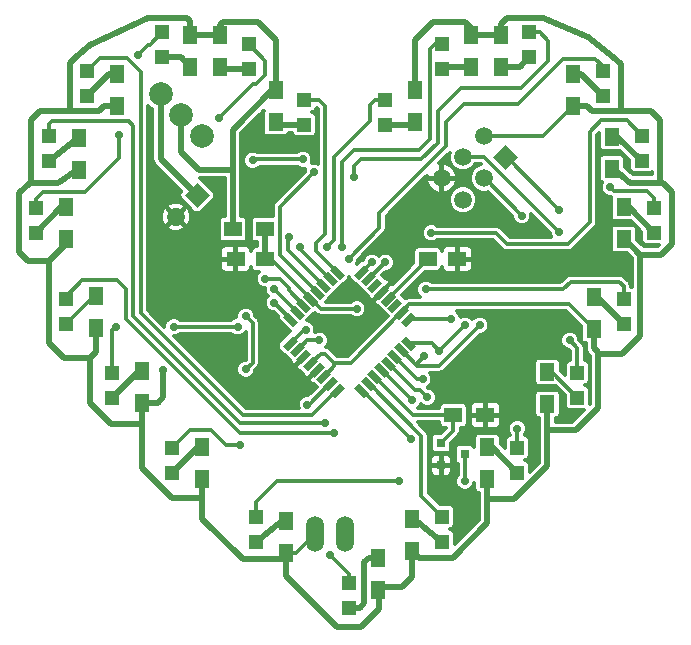
<source format=gbr>
G04 #@! TF.FileFunction,Copper,L1,Top,Signal*
%FSLAX46Y46*%
G04 Gerber Fmt 4.6, Leading zero omitted, Abs format (unit mm)*
G04 Created by KiCad (PCBNEW 4.0.2-stable) date 15.06.2016 11:47:53*
%MOMM*%
G01*
G04 APERTURE LIST*
%ADD10C,0.100000*%
%ADD11R,0.800100X0.800100*%
%ADD12R,1.500000X1.250000*%
%ADD13O,1.506220X3.014980*%
%ADD14C,1.500000*%
%ADD15R,1.500000X1.300000*%
%ADD16R,1.300000X1.500000*%
%ADD17R,1.198880X1.198880*%
%ADD18C,1.500000*%
%ADD19C,1.998980*%
%ADD20C,0.700000*%
%ADD21C,0.300000*%
%ADD22C,0.500000*%
G04 APERTURE END LIST*
D10*
G36*
X140979765Y-103769701D02*
X140555501Y-103345437D01*
X141404029Y-102496909D01*
X141828293Y-102921173D01*
X140979765Y-103769701D01*
X140979765Y-103769701D01*
G37*
G36*
X141545451Y-104335386D02*
X141121187Y-103911122D01*
X141969715Y-103062594D01*
X142393979Y-103486858D01*
X141545451Y-104335386D01*
X141545451Y-104335386D01*
G37*
G36*
X142111136Y-104901072D02*
X141686872Y-104476808D01*
X142535400Y-103628280D01*
X142959664Y-104052544D01*
X142111136Y-104901072D01*
X142111136Y-104901072D01*
G37*
G36*
X142676821Y-105466757D02*
X142252557Y-105042493D01*
X143101085Y-104193965D01*
X143525349Y-104618229D01*
X142676821Y-105466757D01*
X142676821Y-105466757D01*
G37*
G36*
X143242507Y-106032443D02*
X142818243Y-105608179D01*
X143666771Y-104759651D01*
X144091035Y-105183915D01*
X143242507Y-106032443D01*
X143242507Y-106032443D01*
G37*
G36*
X143808192Y-106598128D02*
X143383928Y-106173864D01*
X144232456Y-105325336D01*
X144656720Y-105749600D01*
X143808192Y-106598128D01*
X143808192Y-106598128D01*
G37*
G36*
X144373878Y-107163813D02*
X143949614Y-106739549D01*
X144798142Y-105891021D01*
X145222406Y-106315285D01*
X144373878Y-107163813D01*
X144373878Y-107163813D01*
G37*
G36*
X144939563Y-107729499D02*
X144515299Y-107305235D01*
X145363827Y-106456707D01*
X145788091Y-106880971D01*
X144939563Y-107729499D01*
X144939563Y-107729499D01*
G37*
G36*
X147838701Y-107305235D02*
X147414437Y-107729499D01*
X146565909Y-106880971D01*
X146990173Y-106456707D01*
X147838701Y-107305235D01*
X147838701Y-107305235D01*
G37*
G36*
X148404386Y-106739549D02*
X147980122Y-107163813D01*
X147131594Y-106315285D01*
X147555858Y-105891021D01*
X148404386Y-106739549D01*
X148404386Y-106739549D01*
G37*
G36*
X148970072Y-106173864D02*
X148545808Y-106598128D01*
X147697280Y-105749600D01*
X148121544Y-105325336D01*
X148970072Y-106173864D01*
X148970072Y-106173864D01*
G37*
G36*
X149535757Y-105608179D02*
X149111493Y-106032443D01*
X148262965Y-105183915D01*
X148687229Y-104759651D01*
X149535757Y-105608179D01*
X149535757Y-105608179D01*
G37*
G36*
X150101443Y-105042493D02*
X149677179Y-105466757D01*
X148828651Y-104618229D01*
X149252915Y-104193965D01*
X150101443Y-105042493D01*
X150101443Y-105042493D01*
G37*
G36*
X150667128Y-104476808D02*
X150242864Y-104901072D01*
X149394336Y-104052544D01*
X149818600Y-103628280D01*
X150667128Y-104476808D01*
X150667128Y-104476808D01*
G37*
G36*
X151232813Y-103911122D02*
X150808549Y-104335386D01*
X149960021Y-103486858D01*
X150384285Y-103062594D01*
X151232813Y-103911122D01*
X151232813Y-103911122D01*
G37*
G36*
X151798499Y-103345437D02*
X151374235Y-103769701D01*
X150525707Y-102921173D01*
X150949971Y-102496909D01*
X151798499Y-103345437D01*
X151798499Y-103345437D01*
G37*
G36*
X150949971Y-101719091D02*
X150525707Y-101294827D01*
X151374235Y-100446299D01*
X151798499Y-100870563D01*
X150949971Y-101719091D01*
X150949971Y-101719091D01*
G37*
G36*
X150384285Y-101153406D02*
X149960021Y-100729142D01*
X150808549Y-99880614D01*
X151232813Y-100304878D01*
X150384285Y-101153406D01*
X150384285Y-101153406D01*
G37*
G36*
X149818600Y-100587720D02*
X149394336Y-100163456D01*
X150242864Y-99314928D01*
X150667128Y-99739192D01*
X149818600Y-100587720D01*
X149818600Y-100587720D01*
G37*
G36*
X149252915Y-100022035D02*
X148828651Y-99597771D01*
X149677179Y-98749243D01*
X150101443Y-99173507D01*
X149252915Y-100022035D01*
X149252915Y-100022035D01*
G37*
G36*
X148687229Y-99456349D02*
X148262965Y-99032085D01*
X149111493Y-98183557D01*
X149535757Y-98607821D01*
X148687229Y-99456349D01*
X148687229Y-99456349D01*
G37*
G36*
X148121544Y-98890664D02*
X147697280Y-98466400D01*
X148545808Y-97617872D01*
X148970072Y-98042136D01*
X148121544Y-98890664D01*
X148121544Y-98890664D01*
G37*
G36*
X147555858Y-98324979D02*
X147131594Y-97900715D01*
X147980122Y-97052187D01*
X148404386Y-97476451D01*
X147555858Y-98324979D01*
X147555858Y-98324979D01*
G37*
G36*
X146990173Y-97759293D02*
X146565909Y-97335029D01*
X147414437Y-96486501D01*
X147838701Y-96910765D01*
X146990173Y-97759293D01*
X146990173Y-97759293D01*
G37*
G36*
X145788091Y-97335029D02*
X145363827Y-97759293D01*
X144515299Y-96910765D01*
X144939563Y-96486501D01*
X145788091Y-97335029D01*
X145788091Y-97335029D01*
G37*
G36*
X145222406Y-97900715D02*
X144798142Y-98324979D01*
X143949614Y-97476451D01*
X144373878Y-97052187D01*
X145222406Y-97900715D01*
X145222406Y-97900715D01*
G37*
G36*
X144656720Y-98466400D02*
X144232456Y-98890664D01*
X143383928Y-98042136D01*
X143808192Y-97617872D01*
X144656720Y-98466400D01*
X144656720Y-98466400D01*
G37*
G36*
X144091035Y-99032085D02*
X143666771Y-99456349D01*
X142818243Y-98607821D01*
X143242507Y-98183557D01*
X144091035Y-99032085D01*
X144091035Y-99032085D01*
G37*
G36*
X143525349Y-99597771D02*
X143101085Y-100022035D01*
X142252557Y-99173507D01*
X142676821Y-98749243D01*
X143525349Y-99597771D01*
X143525349Y-99597771D01*
G37*
G36*
X142959664Y-100163456D02*
X142535400Y-100587720D01*
X141686872Y-99739192D01*
X142111136Y-99314928D01*
X142959664Y-100163456D01*
X142959664Y-100163456D01*
G37*
G36*
X142393979Y-100729142D02*
X141969715Y-101153406D01*
X141121187Y-100304878D01*
X141545451Y-99880614D01*
X142393979Y-100729142D01*
X142393979Y-100729142D01*
G37*
G36*
X141828293Y-101294827D02*
X141404029Y-101719091D01*
X140555501Y-100870563D01*
X140979765Y-100446299D01*
X141828293Y-101294827D01*
X141828293Y-101294827D01*
G37*
D11*
X153939240Y-111572000D03*
X153939240Y-113472000D03*
X155938220Y-112522000D03*
D12*
X152801000Y-96012000D03*
X155301000Y-96012000D03*
X139045000Y-96012000D03*
X136545000Y-96012000D03*
D13*
X145796000Y-119253000D03*
X143256000Y-119253000D03*
D10*
G36*
X160445660Y-87376000D02*
X159385000Y-88436660D01*
X158324340Y-87376000D01*
X159385000Y-86315340D01*
X160445660Y-87376000D01*
X160445660Y-87376000D01*
G37*
D14*
X157588949Y-85579949D03*
X157588949Y-89172051D03*
X155792898Y-87376000D03*
X155792898Y-90968102D03*
X153996846Y-89172051D03*
D15*
X139018000Y-93472000D03*
X136318000Y-93472000D03*
X157687000Y-109220000D03*
X154987000Y-109220000D03*
D16*
X140843000Y-120857000D03*
X140843000Y-118157000D03*
X133731000Y-114634000D03*
X133731000Y-111934000D03*
X128651000Y-108157000D03*
X128651000Y-105457000D03*
X124714000Y-101807000D03*
X124714000Y-99107000D03*
X122174000Y-94314000D03*
X122174000Y-91614000D03*
X123317000Y-88472000D03*
X123317000Y-85772000D03*
X126492000Y-83011000D03*
X126492000Y-80311000D03*
X132715000Y-77009000D03*
X132715000Y-79709000D03*
X135255000Y-77009000D03*
X135255000Y-79709000D03*
X139954000Y-81708000D03*
X139954000Y-84408000D03*
X151765000Y-81708000D03*
X151765000Y-84408000D03*
X156464000Y-77009000D03*
X156464000Y-79709000D03*
X159004000Y-77009000D03*
X159004000Y-79709000D03*
X165100000Y-83011000D03*
X165100000Y-80311000D03*
X168402000Y-88345000D03*
X168402000Y-85645000D03*
X169418000Y-94314000D03*
X169418000Y-91614000D03*
X166878000Y-101934000D03*
X166878000Y-99234000D03*
X162941000Y-108284000D03*
X162941000Y-105584000D03*
X157861000Y-114634000D03*
X157861000Y-111934000D03*
X151511000Y-120730000D03*
X151511000Y-118030000D03*
D17*
X146177000Y-125509020D03*
X146177000Y-123410980D03*
X138303000Y-119921020D03*
X138303000Y-117822980D03*
X131191000Y-114079020D03*
X131191000Y-111980980D03*
X126111000Y-107729020D03*
X126111000Y-105630980D03*
X122174000Y-101506020D03*
X122174000Y-99407980D03*
X119634000Y-93759020D03*
X119634000Y-91660980D03*
X120777000Y-87663020D03*
X120777000Y-85564980D03*
X123952000Y-82202020D03*
X123952000Y-80103980D03*
X130302000Y-78900020D03*
X130302000Y-76801980D03*
X137668000Y-79916020D03*
X137668000Y-77817980D03*
X142367000Y-84615020D03*
X142367000Y-82516980D03*
X149225000Y-84615020D03*
X149225000Y-82516980D03*
X154051000Y-79916020D03*
X154051000Y-77817980D03*
X161417000Y-78900020D03*
X161417000Y-76801980D03*
X167640000Y-82202020D03*
X167640000Y-80103980D03*
X170942000Y-87663020D03*
X170942000Y-85564980D03*
X171958000Y-93759020D03*
X171958000Y-91660980D03*
X169418000Y-101506020D03*
X169418000Y-99407980D03*
X165481000Y-107729020D03*
X165481000Y-105630980D03*
X160401000Y-114079020D03*
X160401000Y-111980980D03*
X154051000Y-119921020D03*
X154051000Y-117822980D03*
D10*
G36*
X134347160Y-90614500D02*
X133286500Y-91675160D01*
X132225840Y-90614500D01*
X133286500Y-89553840D01*
X134347160Y-90614500D01*
X134347160Y-90614500D01*
G37*
D18*
X131490449Y-92410551D02*
X131490449Y-92410551D01*
D16*
X148590000Y-124032000D03*
X148590000Y-121332000D03*
D19*
X130185686Y-82052686D03*
X131953000Y-83820000D03*
X133720314Y-85587314D03*
D20*
X141097000Y-86233000D03*
X164338000Y-96774000D03*
X138049000Y-99441000D03*
X140081000Y-106807000D03*
X139065000Y-89916000D03*
X161036000Y-101092000D03*
X159385000Y-105664000D03*
X157800000Y-105600000D03*
X137414000Y-105346500D03*
X137414000Y-100838000D03*
X146812000Y-100203000D03*
X130429000Y-105410000D03*
X155956000Y-114808000D03*
X163957000Y-91821000D03*
X155956000Y-101600000D03*
X144907000Y-110744000D03*
X153797000Y-103759000D03*
X142240000Y-87566500D03*
X137985500Y-87630000D03*
X126682500Y-85534500D03*
X160782000Y-92329000D03*
X154813000Y-101092000D03*
X152527000Y-104203500D03*
X136715500Y-101727000D03*
X131318000Y-101727000D03*
X126428500Y-101727000D03*
X157226000Y-101600000D03*
X163957000Y-93726000D03*
X151511000Y-107950000D03*
X144526000Y-121031000D03*
X152781000Y-107696000D03*
X150368000Y-114808000D03*
X136906000Y-111760000D03*
X152400000Y-106172000D03*
X142621000Y-108331000D03*
X144145000Y-109855000D03*
X149225000Y-96266000D03*
X128270000Y-78740000D03*
X148082000Y-96266000D03*
X135128000Y-84074000D03*
X141986000Y-94996000D03*
X144272000Y-94996000D03*
X145542000Y-94996000D03*
X141097000Y-94107000D03*
X143192500Y-88646000D03*
X146558000Y-89027000D03*
X139065000Y-97663000D03*
X146113500Y-96012000D03*
X153098500Y-93789500D03*
X139827000Y-98552000D03*
X139827000Y-99695000D03*
X168275000Y-89916000D03*
X142494000Y-101981000D03*
X152654000Y-98552000D03*
X143637000Y-102870000D03*
X164846000Y-102870000D03*
X151384000Y-111252000D03*
X160401000Y-110363000D03*
D21*
X164338000Y-96774000D02*
X164338000Y-96647000D01*
X153939240Y-113472000D02*
X153990000Y-113472000D01*
X157353000Y-109220000D02*
X157687000Y-109220000D01*
X137985500Y-104775000D02*
X137414000Y-105346500D01*
X137985500Y-101409500D02*
X137985500Y-104775000D01*
X137414000Y-100838000D02*
X137985500Y-101409500D01*
X149465047Y-99385639D02*
X149465047Y-99347953D01*
X149465047Y-99347953D02*
X152801000Y-96012000D01*
X139045000Y-96012000D02*
X139515314Y-96012000D01*
X139515314Y-96012000D02*
X142888953Y-99385639D01*
X143764000Y-100203000D02*
X142946639Y-99385639D01*
X146812000Y-100203000D02*
X143764000Y-100203000D01*
X142946639Y-99385639D02*
X142888953Y-99385639D01*
X139045000Y-96012000D02*
X139045000Y-96049686D01*
D22*
X139018000Y-93472000D02*
X139018000Y-95985000D01*
X139018000Y-95985000D02*
X139045000Y-96012000D01*
X133477000Y-88455500D02*
X136318000Y-88455500D01*
X131953000Y-86931500D02*
X133477000Y-88455500D01*
X131953000Y-83820000D02*
X131953000Y-86931500D01*
X136318000Y-88455500D02*
X136318000Y-93472000D01*
X139954000Y-81708000D02*
X139653000Y-81708000D01*
X139653000Y-81708000D02*
X136318000Y-85043000D01*
X136318000Y-85043000D02*
X136318000Y-85598000D01*
X136318000Y-85598000D02*
X136318000Y-88455500D01*
D21*
X157588949Y-85579949D02*
X162531051Y-85579949D01*
X162531051Y-85579949D02*
X165100000Y-83011000D01*
X150596417Y-100517010D02*
X150596417Y-100482583D01*
X150596417Y-100482583D02*
X151257000Y-99822000D01*
X164766000Y-99822000D02*
X166878000Y-101934000D01*
X151257000Y-99822000D02*
X164766000Y-99822000D01*
D22*
X129968000Y-108157000D02*
X128651000Y-108157000D01*
X130429000Y-107696000D02*
X129968000Y-108157000D01*
X130429000Y-105410000D02*
X130429000Y-107696000D01*
D21*
X140843000Y-120857000D02*
X141652000Y-120857000D01*
X141652000Y-120857000D02*
X143256000Y-119253000D01*
X150596417Y-100517010D02*
X150561990Y-100517010D01*
X150561990Y-100517010D02*
X146304000Y-104775000D01*
X146304000Y-104775000D02*
X144907000Y-104775000D01*
X142888953Y-104830361D02*
X142946639Y-104830361D01*
X142946639Y-104830361D02*
X143764000Y-104013000D01*
X143764000Y-104013000D02*
X144145000Y-104013000D01*
X144145000Y-104013000D02*
X144907000Y-104775000D01*
X144907000Y-104775000D02*
X144907000Y-105075056D01*
X144907000Y-105075056D02*
X144020324Y-105961732D01*
D22*
X139954000Y-81708000D02*
X139954000Y-82042000D01*
X135255000Y-77009000D02*
X135255000Y-76200000D01*
X138430000Y-75946000D02*
X139954000Y-77470000D01*
X135509000Y-75946000D02*
X138430000Y-75946000D01*
X135255000Y-76200000D02*
X135509000Y-75946000D01*
X139954000Y-77470000D02*
X139954000Y-81708000D01*
X156464000Y-77009000D02*
X156464000Y-76454000D01*
X156464000Y-76454000D02*
X155956000Y-75946000D01*
X151765000Y-77470000D02*
X151765000Y-81708000D01*
X153289000Y-75946000D02*
X151765000Y-77470000D01*
X155956000Y-75946000D02*
X153289000Y-75946000D01*
X139954000Y-77470000D02*
X139954000Y-81708000D01*
X159004000Y-77009000D02*
X159004000Y-76073000D01*
X169164000Y-79502000D02*
X169164000Y-83439000D01*
X168529000Y-78867000D02*
X169164000Y-79502000D01*
X166379428Y-77223210D02*
X168529000Y-78867000D01*
X162560000Y-75565000D02*
X166379428Y-77223210D01*
X159512000Y-75565000D02*
X162560000Y-75565000D01*
X159004000Y-76073000D02*
X159512000Y-75565000D01*
X156464000Y-77009000D02*
X159004000Y-77009000D01*
X132715000Y-77009000D02*
X132715000Y-75819000D01*
X122555000Y-79375000D02*
X122555000Y-83439000D01*
X123063000Y-78867000D02*
X122555000Y-79375000D01*
X124206000Y-77851000D02*
X123063000Y-78867000D01*
X129159000Y-75565000D02*
X124206000Y-77851000D01*
X132461000Y-75565000D02*
X129159000Y-75565000D01*
X132715000Y-75819000D02*
X132461000Y-75565000D01*
X135255000Y-77009000D02*
X132715000Y-77009000D01*
X165100000Y-83011000D02*
X166323000Y-83011000D01*
X166323000Y-83011000D02*
X166751000Y-83439000D01*
X166751000Y-83439000D02*
X169164000Y-83439000D01*
X172466000Y-84201000D02*
X172466000Y-89535000D01*
X169164000Y-83439000D02*
X171704000Y-83439000D01*
X171704000Y-83439000D02*
X172466000Y-84201000D01*
X126492000Y-83011000D02*
X125396000Y-83011000D01*
X125396000Y-83011000D02*
X124968000Y-83439000D01*
X124968000Y-83439000D02*
X122555000Y-83439000D01*
X119253000Y-84201000D02*
X119253000Y-89535000D01*
X122555000Y-83439000D02*
X120015000Y-83439000D01*
X120015000Y-83439000D02*
X119253000Y-84201000D01*
X123317000Y-88472000D02*
X123110000Y-88472000D01*
X123110000Y-88472000D02*
X121539000Y-89535000D01*
X121539000Y-89535000D02*
X119253000Y-89535000D01*
X119253000Y-89535000D02*
X119126000Y-89535000D01*
X119126000Y-89535000D02*
X118237000Y-90424000D01*
X118237000Y-90424000D02*
X118237000Y-95377000D01*
X118237000Y-95377000D02*
X118999000Y-96139000D01*
X118999000Y-96139000D02*
X120777000Y-96139000D01*
X168402000Y-88345000D02*
X168609000Y-88345000D01*
X168609000Y-88345000D02*
X169926000Y-89535000D01*
X169926000Y-89535000D02*
X172466000Y-89535000D01*
X172466000Y-89535000D02*
X172720000Y-89535000D01*
X172720000Y-89535000D02*
X173482000Y-90297000D01*
X173482000Y-90297000D02*
X173482000Y-94742000D01*
X173482000Y-94742000D02*
X172593000Y-95631000D01*
X172593000Y-95631000D02*
X170815000Y-95631000D01*
X122174000Y-94314000D02*
X122174000Y-94742000D01*
X122174000Y-94742000D02*
X120777000Y-96139000D01*
X120777000Y-96139000D02*
X120777000Y-103124000D01*
X120777000Y-103124000D02*
X122047000Y-104394000D01*
X122047000Y-104394000D02*
X124206000Y-104394000D01*
X169418000Y-94314000D02*
X169498000Y-94314000D01*
X169498000Y-94314000D02*
X170815000Y-95631000D01*
X170815000Y-95631000D02*
X170815000Y-102489000D01*
X170815000Y-102489000D02*
X169291000Y-104013000D01*
X169291000Y-104013000D02*
X167259000Y-104013000D01*
X166878000Y-101934000D02*
X166878000Y-103505000D01*
X165354000Y-110490000D02*
X162941000Y-110490000D01*
X167259000Y-108585000D02*
X165354000Y-110490000D01*
X167259000Y-103886000D02*
X167259000Y-104013000D01*
X167259000Y-104013000D02*
X167259000Y-108585000D01*
X166878000Y-103505000D02*
X167259000Y-103886000D01*
X124714000Y-101807000D02*
X124714000Y-103886000D01*
X125984000Y-109982000D02*
X128651000Y-109982000D01*
X124206000Y-108204000D02*
X125984000Y-109982000D01*
X124206000Y-104394000D02*
X124206000Y-108204000D01*
X124714000Y-103886000D02*
X124206000Y-104394000D01*
X162941000Y-108284000D02*
X162941000Y-110490000D01*
X162941000Y-110490000D02*
X162941000Y-113538000D01*
X160147000Y-116332000D02*
X157861000Y-116332000D01*
X162941000Y-113538000D02*
X160147000Y-116332000D01*
X128651000Y-108157000D02*
X128651000Y-109982000D01*
X128651000Y-109982000D02*
X128651000Y-113665000D01*
X131191000Y-116205000D02*
X133731000Y-116205000D01*
X128651000Y-113665000D02*
X131191000Y-116205000D01*
X133731000Y-114634000D02*
X133731000Y-116205000D01*
X133731000Y-116205000D02*
X133731000Y-117983000D01*
X137160000Y-121412000D02*
X140288000Y-121412000D01*
X133731000Y-117983000D02*
X137160000Y-121412000D01*
X140288000Y-121412000D02*
X140843000Y-120857000D01*
X140843000Y-120857000D02*
X140843000Y-121285000D01*
X157861000Y-114634000D02*
X157861000Y-116332000D01*
X157861000Y-116332000D02*
X157861000Y-118364000D01*
X154940000Y-121285000D02*
X152066000Y-121285000D01*
X157861000Y-118364000D02*
X154940000Y-121285000D01*
X152066000Y-121285000D02*
X151511000Y-120730000D01*
X148717000Y-123805000D02*
X148717000Y-125603000D01*
X140843000Y-122809000D02*
X140843000Y-120857000D01*
X145161000Y-127127000D02*
X140843000Y-122809000D01*
X147193000Y-127127000D02*
X145161000Y-127127000D01*
X148717000Y-125603000D02*
X147193000Y-127127000D01*
X151511000Y-120730000D02*
X151511000Y-122936000D01*
X150642000Y-123805000D02*
X148717000Y-123805000D01*
X151511000Y-122936000D02*
X150642000Y-123805000D01*
D21*
X155938220Y-112522000D02*
X155938220Y-114790220D01*
X155938220Y-114790220D02*
X155956000Y-114808000D01*
X159385000Y-87376000D02*
X159512000Y-87376000D01*
X159512000Y-87376000D02*
X163957000Y-91821000D01*
X155956000Y-101600000D02*
X153797000Y-103759000D01*
X122174000Y-99407980D02*
X122174000Y-99187000D01*
X122174000Y-99187000D02*
X123571000Y-97790000D01*
X136906000Y-110744000D02*
X144907000Y-110744000D01*
X127254000Y-101092000D02*
X136906000Y-110744000D01*
X127254000Y-98552000D02*
X127254000Y-101092000D01*
X126492000Y-97790000D02*
X127254000Y-98552000D01*
X123571000Y-97790000D02*
X126492000Y-97790000D01*
X153797000Y-103759000D02*
X153171305Y-103133305D01*
X153171305Y-103133305D02*
X151162103Y-103133305D01*
X119634000Y-91660980D02*
X119634000Y-90933502D01*
X138049000Y-87566500D02*
X142240000Y-87566500D01*
X137985500Y-87630000D02*
X138049000Y-87566500D01*
X126682500Y-87439500D02*
X126682500Y-85534500D01*
X123825000Y-90297000D02*
X126682500Y-87439500D01*
X120270502Y-90297000D02*
X123825000Y-90297000D01*
X119634000Y-90933502D02*
X120270502Y-90297000D01*
X157588949Y-89172051D02*
X157625051Y-89172051D01*
X157625051Y-89172051D02*
X160782000Y-92329000D01*
X154813000Y-101092000D02*
X154803695Y-101082695D01*
X154803695Y-101082695D02*
X151162103Y-101082695D01*
X126111000Y-105630980D02*
X126111000Y-102044500D01*
X152527000Y-104203500D02*
X151796750Y-104933750D01*
X131318000Y-101727000D02*
X136715500Y-101727000D01*
X126111000Y-102044500D02*
X126428500Y-101727000D01*
X150596417Y-103698990D02*
X150596417Y-103733417D01*
X150596417Y-103733417D02*
X151796750Y-104933750D01*
X151796750Y-104933750D02*
X151892000Y-105029000D01*
X151892000Y-105029000D02*
X153797000Y-105029000D01*
X153797000Y-105029000D02*
X157226000Y-101600000D01*
X163957000Y-93726000D02*
X161798000Y-91567000D01*
X161798000Y-91567000D02*
X161544000Y-91313000D01*
X161544000Y-91313000D02*
X157607000Y-87376000D01*
X157607000Y-87376000D02*
X155792898Y-87376000D01*
D22*
X148717000Y-121305000D02*
X147808000Y-121305000D01*
X147032980Y-125509020D02*
X146177000Y-125509020D01*
X147447000Y-125095000D02*
X147032980Y-125509020D01*
X147447000Y-121666000D02*
X147447000Y-125095000D01*
X147808000Y-121305000D02*
X147447000Y-121666000D01*
D21*
X154987000Y-109220000D02*
X154987000Y-110524240D01*
X154987000Y-110524240D02*
X153939240Y-111572000D01*
X154987000Y-109220000D02*
X151591944Y-109220000D01*
X151591944Y-109220000D02*
X148333676Y-105961732D01*
D22*
X140843000Y-118157000D02*
X140448020Y-118157000D01*
X140448020Y-118157000D02*
X138303000Y-119921020D01*
X133731000Y-111934000D02*
X133336020Y-111934000D01*
X133336020Y-111934000D02*
X131191000Y-114079020D01*
X128651000Y-105457000D02*
X128383020Y-105457000D01*
X128383020Y-105457000D02*
X126111000Y-107729020D01*
D21*
X124714000Y-99107000D02*
X124573020Y-99107000D01*
X124573020Y-99107000D02*
X122174000Y-101506020D01*
D22*
X122174000Y-91614000D02*
X121779020Y-91614000D01*
X121779020Y-91614000D02*
X119634000Y-93759020D01*
X123317000Y-85772000D02*
X123176020Y-85772000D01*
X123176020Y-85772000D02*
X120777000Y-87663020D01*
X126492000Y-80311000D02*
X125843020Y-80311000D01*
X125843020Y-80311000D02*
X123952000Y-82202020D01*
X130302000Y-78900020D02*
X131906020Y-78900020D01*
X131906020Y-78900020D02*
X132715000Y-79709000D01*
X137668000Y-79916020D02*
X135462020Y-79916020D01*
X135462020Y-79916020D02*
X135255000Y-79709000D01*
X142367000Y-84615020D02*
X140161020Y-84615020D01*
X140161020Y-84615020D02*
X139954000Y-84408000D01*
X149225000Y-84615020D02*
X151557980Y-84615020D01*
X151557980Y-84615020D02*
X151765000Y-84408000D01*
X156464000Y-79709000D02*
X154258020Y-79709000D01*
X159004000Y-79709000D02*
X160608020Y-79709000D01*
X160608020Y-79709000D02*
X161417000Y-78900020D01*
X165100000Y-80311000D02*
X165748980Y-80311000D01*
X165748980Y-80311000D02*
X167640000Y-82202020D01*
X168402000Y-85645000D02*
X168796980Y-85645000D01*
X168796980Y-85645000D02*
X170942000Y-87663020D01*
X169418000Y-91614000D02*
X169812980Y-91614000D01*
X169812980Y-91614000D02*
X171958000Y-93759020D01*
X166878000Y-99234000D02*
X167145980Y-99234000D01*
X167145980Y-99234000D02*
X169418000Y-101506020D01*
D21*
X162941000Y-105584000D02*
X163335980Y-105584000D01*
X163335980Y-105584000D02*
X165481000Y-107729020D01*
D22*
X157861000Y-111934000D02*
X158255980Y-111934000D01*
X158255980Y-111934000D02*
X160401000Y-114079020D01*
X151511000Y-118030000D02*
X151651980Y-118030000D01*
X151651980Y-118030000D02*
X154051000Y-119921020D01*
D21*
X148899361Y-105396047D02*
X148957047Y-105396047D01*
X148957047Y-105396047D02*
X151511000Y-107950000D01*
X144526000Y-121031000D02*
X146177000Y-122682000D01*
X146177000Y-122682000D02*
X146177000Y-123410980D01*
X138303000Y-117822980D02*
X138303000Y-116586000D01*
X151695686Y-107061000D02*
X149465047Y-104830361D01*
X152146000Y-107061000D02*
X151695686Y-107061000D01*
X152781000Y-107696000D02*
X152146000Y-107061000D01*
X140081000Y-114808000D02*
X150368000Y-114808000D01*
X138303000Y-116586000D02*
X140081000Y-114808000D01*
X150030732Y-104310732D02*
X151892000Y-106172000D01*
X132681980Y-110490000D02*
X131191000Y-111980980D01*
X134493000Y-110490000D02*
X132681980Y-110490000D01*
X136906000Y-111760000D02*
X135763000Y-111760000D01*
X135763000Y-111760000D02*
X134493000Y-110490000D01*
X151892000Y-106172000D02*
X152400000Y-106172000D01*
X150030732Y-104264676D02*
X150030732Y-104310732D01*
X144586010Y-106527417D02*
X144551583Y-106527417D01*
X144551583Y-106527417D02*
X142748000Y-108331000D01*
X142748000Y-108331000D02*
X142621000Y-108331000D01*
X120777000Y-85564980D02*
X120777000Y-84582000D01*
X136906000Y-109855000D02*
X144145000Y-109855000D01*
X127889000Y-100838000D02*
X136906000Y-109855000D01*
X127889000Y-84709000D02*
X127889000Y-100838000D01*
X127508000Y-84328000D02*
X127889000Y-84709000D01*
X121031000Y-84328000D02*
X127508000Y-84328000D01*
X120777000Y-84582000D02*
X121031000Y-84328000D01*
X127381000Y-78994000D02*
X125061980Y-78994000D01*
X125061980Y-78994000D02*
X123952000Y-80103980D01*
X145128897Y-107093103D02*
X143002000Y-109220000D01*
X127381000Y-78994000D02*
X128524000Y-80137000D01*
X128524000Y-80137000D02*
X127381000Y-78994000D01*
X128524000Y-100584000D02*
X128524000Y-80137000D01*
X137160000Y-109220000D02*
X128524000Y-100584000D01*
X143002000Y-109220000D02*
X137160000Y-109220000D01*
X145151695Y-107093103D02*
X145128897Y-107093103D01*
X147767990Y-97688583D02*
X147802417Y-97688583D01*
X147802417Y-97688583D02*
X149225000Y-96266000D01*
X128270000Y-78740000D02*
X129159000Y-77851000D01*
X129159000Y-77851000D02*
X129252980Y-77851000D01*
X129252980Y-77851000D02*
X130302000Y-76801980D01*
X147202305Y-97122897D02*
X147225103Y-97122897D01*
X147225103Y-97122897D02*
X148082000Y-96266000D01*
X135128000Y-84074000D02*
X138049000Y-81153000D01*
X138049000Y-81153000D02*
X138303000Y-81153000D01*
X138303000Y-81153000D02*
X139065000Y-80391000D01*
X139065000Y-80391000D02*
X139065000Y-79214980D01*
X139065000Y-79214980D02*
X137668000Y-77817980D01*
X142367000Y-82516980D02*
X143603980Y-82516980D01*
X143383000Y-95354202D02*
X145151695Y-97122897D01*
X143383000Y-94615000D02*
X143383000Y-95354202D01*
X144145000Y-93853000D02*
X143383000Y-94615000D01*
X144145000Y-83058000D02*
X144145000Y-93853000D01*
X143603980Y-82516980D02*
X144145000Y-83058000D01*
X149225000Y-82516980D02*
X148369020Y-82516980D01*
X147955000Y-84328000D02*
X144907000Y-87376000D01*
X147955000Y-82931000D02*
X147955000Y-84328000D01*
X148369020Y-82516980D02*
X147955000Y-82931000D01*
X144551583Y-97688583D02*
X141986000Y-95123000D01*
X141986000Y-95123000D02*
X141986000Y-94996000D01*
X144586010Y-97688583D02*
X144551583Y-97688583D01*
X144907000Y-94361000D02*
X144272000Y-94996000D01*
X144907000Y-87376000D02*
X144907000Y-94361000D01*
X152971500Y-85852000D02*
X152082500Y-86741000D01*
X145542000Y-87785502D02*
X145542000Y-94996000D01*
X146586502Y-86741000D02*
X145542000Y-87785502D01*
X152082500Y-86741000D02*
X146586502Y-86741000D01*
X154051000Y-77817980D02*
X153385520Y-77817980D01*
X140970000Y-95203944D02*
X144020324Y-98254268D01*
X141097000Y-94107000D02*
X140970000Y-94234000D01*
X140970000Y-94234000D02*
X140970000Y-95203944D01*
X152971500Y-78232000D02*
X152971500Y-85852000D01*
X153385520Y-77817980D02*
X152971500Y-78232000D01*
X161417000Y-76801980D02*
X162272980Y-76801980D01*
X140271500Y-95636814D02*
X143454639Y-98819953D01*
X140271500Y-91567000D02*
X140271500Y-95636814D01*
X143192500Y-88646000D02*
X140271500Y-91567000D01*
X146558000Y-88138000D02*
X146558000Y-89027000D01*
X147129500Y-87566500D02*
X146558000Y-88138000D01*
X152273000Y-87566500D02*
X147129500Y-87566500D01*
X153670000Y-86169500D02*
X152273000Y-87566500D01*
X153670000Y-83502500D02*
X153670000Y-86169500D01*
X155638500Y-81534000D02*
X153670000Y-83502500D01*
X160718500Y-81534000D02*
X155638500Y-81534000D01*
X163004500Y-79248000D02*
X160718500Y-81534000D01*
X163004500Y-77533500D02*
X163004500Y-79248000D01*
X162272980Y-76801980D02*
X163004500Y-77533500D01*
X141033500Y-98661556D02*
X142323268Y-99951324D01*
X141033500Y-98425000D02*
X141033500Y-98661556D01*
X140311858Y-97703358D02*
X141033500Y-98425000D01*
X139105358Y-97703358D02*
X140311858Y-97703358D01*
X139065000Y-97663000D02*
X139105358Y-97703358D01*
X148717000Y-93408500D02*
X146113500Y-96012000D01*
X148717000Y-92075000D02*
X148717000Y-93408500D01*
X154368500Y-86423500D02*
X148717000Y-92075000D01*
X154368500Y-84391500D02*
X154368500Y-86423500D01*
X155892500Y-82867500D02*
X154368500Y-84391500D01*
X160464500Y-82867500D02*
X155892500Y-82867500D01*
X164274500Y-79057500D02*
X160464500Y-82867500D01*
X167005000Y-79057500D02*
X164274500Y-79057500D01*
X167640000Y-79692500D02*
X167005000Y-79057500D01*
X167640000Y-80103980D02*
X167640000Y-79692500D01*
X164713135Y-94741454D02*
X159511454Y-94741454D01*
X158559500Y-93789500D02*
X153098500Y-93789500D01*
X159511454Y-94741454D02*
X158559500Y-93789500D01*
X141757583Y-100517010D02*
X141757583Y-100482583D01*
X141757583Y-100482583D02*
X139827000Y-98552000D01*
X164713135Y-94741454D02*
X164719000Y-94742000D01*
X164719000Y-94742000D02*
X166560500Y-92900500D01*
X166560500Y-92900500D02*
X166560500Y-85217000D01*
X166560500Y-85217000D02*
X167513000Y-84264500D01*
X167513000Y-84264500D02*
X169641520Y-84264500D01*
X169641520Y-84264500D02*
X170942000Y-85564980D01*
X141191897Y-101082695D02*
X141191897Y-101059897D01*
X141191897Y-101059897D02*
X139827000Y-99695000D01*
X168275000Y-89916000D02*
X168594002Y-90235002D01*
X168594002Y-90235002D02*
X171388002Y-90235002D01*
X171388002Y-90235002D02*
X171958000Y-90805000D01*
X171958000Y-90805000D02*
X171958000Y-91660980D01*
X152654000Y-98552000D02*
X164274500Y-98552000D01*
X164274500Y-98552000D02*
X164909500Y-97917000D01*
X141191897Y-103133305D02*
X141214695Y-103133305D01*
X141214695Y-103133305D02*
X142367000Y-101981000D01*
X142367000Y-101981000D02*
X142494000Y-101981000D01*
X169418000Y-99407980D02*
X169418000Y-98298000D01*
X169037000Y-97917000D02*
X164909500Y-97917000D01*
X169418000Y-98298000D02*
X169037000Y-97917000D01*
X141757583Y-103698990D02*
X141792010Y-103698990D01*
X141792010Y-103698990D02*
X142621000Y-102870000D01*
X142621000Y-102870000D02*
X143637000Y-102870000D01*
X164846000Y-102870000D02*
X165481000Y-103505000D01*
X165481000Y-103505000D02*
X165481000Y-105630980D01*
D22*
X165434020Y-105584000D02*
X165481000Y-105630980D01*
D21*
X160401000Y-111980980D02*
X160401000Y-110363000D01*
X151384000Y-111252000D02*
X147225103Y-107093103D01*
X147225103Y-107093103D02*
X147202305Y-107093103D01*
X147767990Y-106527417D02*
X147802417Y-106527417D01*
X147802417Y-106527417D02*
X152273000Y-110998000D01*
X152273000Y-110998000D02*
X152273000Y-116044980D01*
X152273000Y-116044980D02*
X154051000Y-117822980D01*
D22*
X130185686Y-82052686D02*
X130185686Y-87513686D01*
X130185686Y-87513686D02*
X133286500Y-90614500D01*
D21*
G36*
X165769184Y-101673712D02*
X165769184Y-102684000D01*
X165800562Y-102850760D01*
X165899117Y-103003919D01*
X166049495Y-103106668D01*
X166178000Y-103132691D01*
X166178000Y-103505000D01*
X166231284Y-103772879D01*
X166383025Y-103999975D01*
X166559000Y-104175950D01*
X166559000Y-108295050D01*
X166539256Y-108314794D01*
X166539256Y-107129580D01*
X166507878Y-106962820D01*
X166409323Y-106809661D01*
X166258945Y-106706912D01*
X166127723Y-106680339D01*
X166247200Y-106657858D01*
X166400359Y-106559303D01*
X166503108Y-106408925D01*
X166539256Y-106230420D01*
X166539256Y-105031540D01*
X166507878Y-104864780D01*
X166409323Y-104711621D01*
X166258945Y-104608872D01*
X166081000Y-104572837D01*
X166081000Y-103505000D01*
X166035328Y-103275390D01*
X165905264Y-103080736D01*
X165646043Y-102821515D01*
X165646139Y-102711568D01*
X165524603Y-102417428D01*
X165299755Y-102192188D01*
X165005828Y-102070139D01*
X164687568Y-102069861D01*
X164393428Y-102191397D01*
X164168188Y-102416245D01*
X164046139Y-102710172D01*
X164045861Y-103028432D01*
X164167397Y-103322572D01*
X164392245Y-103547812D01*
X164686172Y-103669861D01*
X164797430Y-103669958D01*
X164881000Y-103753528D01*
X164881000Y-104572829D01*
X164714800Y-104604102D01*
X164561641Y-104702657D01*
X164458892Y-104853035D01*
X164422744Y-105031540D01*
X164422744Y-105822236D01*
X164049816Y-105449308D01*
X164049816Y-104834000D01*
X164018438Y-104667240D01*
X163919883Y-104514081D01*
X163769505Y-104411332D01*
X163591000Y-104375184D01*
X162291000Y-104375184D01*
X162124240Y-104406562D01*
X161971081Y-104505117D01*
X161868332Y-104655495D01*
X161832184Y-104834000D01*
X161832184Y-106334000D01*
X161863562Y-106500760D01*
X161962117Y-106653919D01*
X162112495Y-106756668D01*
X162291000Y-106792816D01*
X163591000Y-106792816D01*
X163679597Y-106776145D01*
X164422744Y-107519292D01*
X164422744Y-108328460D01*
X164454122Y-108495220D01*
X164552677Y-108648379D01*
X164703055Y-108751128D01*
X164881560Y-108787276D01*
X166066774Y-108787276D01*
X165064050Y-109790000D01*
X163641000Y-109790000D01*
X163641000Y-109483408D01*
X163757760Y-109461438D01*
X163910919Y-109362883D01*
X164013668Y-109212505D01*
X164049816Y-109034000D01*
X164049816Y-107534000D01*
X164018438Y-107367240D01*
X163919883Y-107214081D01*
X163769505Y-107111332D01*
X163591000Y-107075184D01*
X162291000Y-107075184D01*
X162124240Y-107106562D01*
X161971081Y-107205117D01*
X161868332Y-107355495D01*
X161832184Y-107534000D01*
X161832184Y-109034000D01*
X161863562Y-109200760D01*
X161962117Y-109353919D01*
X162112495Y-109456668D01*
X162241000Y-109482691D01*
X162241000Y-113248050D01*
X161459256Y-114029794D01*
X161459256Y-113479580D01*
X161427878Y-113312820D01*
X161329323Y-113159661D01*
X161178945Y-113056912D01*
X161047723Y-113030339D01*
X161167200Y-113007858D01*
X161320359Y-112909303D01*
X161423108Y-112758925D01*
X161459256Y-112580420D01*
X161459256Y-111381540D01*
X161427878Y-111214780D01*
X161329323Y-111061621D01*
X161178945Y-110958872D01*
X161001000Y-110922837D01*
X161001000Y-110894432D01*
X161078812Y-110816755D01*
X161200861Y-110522828D01*
X161201139Y-110204568D01*
X161079603Y-109910428D01*
X160854755Y-109685188D01*
X160560828Y-109563139D01*
X160242568Y-109562861D01*
X159948428Y-109684397D01*
X159723188Y-109909245D01*
X159601139Y-110203172D01*
X159600861Y-110521432D01*
X159722397Y-110815572D01*
X159801000Y-110894312D01*
X159801000Y-110922829D01*
X159634800Y-110954102D01*
X159481641Y-111052657D01*
X159378892Y-111203035D01*
X159342744Y-111381540D01*
X159342744Y-112030814D01*
X158969816Y-111657886D01*
X158969816Y-111184000D01*
X158938438Y-111017240D01*
X158839883Y-110864081D01*
X158689505Y-110761332D01*
X158511000Y-110725184D01*
X157211000Y-110725184D01*
X157044240Y-110756562D01*
X156891081Y-110855117D01*
X156788332Y-111005495D01*
X156752184Y-111184000D01*
X156752184Y-111934173D01*
X156667153Y-111802031D01*
X156516775Y-111699282D01*
X156338270Y-111663134D01*
X155538170Y-111663134D01*
X155371410Y-111694512D01*
X155218251Y-111793067D01*
X155115502Y-111943445D01*
X155079354Y-112121950D01*
X155079354Y-112922050D01*
X155110732Y-113088810D01*
X155209287Y-113241969D01*
X155338220Y-113330065D01*
X155338220Y-114294317D01*
X155278188Y-114354245D01*
X155156139Y-114648172D01*
X155155861Y-114966432D01*
X155277397Y-115260572D01*
X155502245Y-115485812D01*
X155796172Y-115607861D01*
X156114432Y-115608139D01*
X156408572Y-115486603D01*
X156633812Y-115261755D01*
X156752184Y-114976683D01*
X156752184Y-115384000D01*
X156783562Y-115550760D01*
X156882117Y-115703919D01*
X157032495Y-115806668D01*
X157161000Y-115832691D01*
X157161000Y-118074050D01*
X155109256Y-120125794D01*
X155109256Y-119321580D01*
X155077878Y-119154820D01*
X154979323Y-119001661D01*
X154828945Y-118898912D01*
X154697723Y-118872339D01*
X154817200Y-118849858D01*
X154970359Y-118751303D01*
X155073108Y-118600925D01*
X155109256Y-118422420D01*
X155109256Y-117223540D01*
X155077878Y-117056780D01*
X154979323Y-116903621D01*
X154828945Y-116800872D01*
X154650440Y-116764724D01*
X153841272Y-116764724D01*
X152873000Y-115796452D01*
X152873000Y-113659500D01*
X152989190Y-113659500D01*
X152989190Y-113981452D01*
X153072923Y-114183600D01*
X153227640Y-114338318D01*
X153429788Y-114422050D01*
X153751740Y-114422050D01*
X153889240Y-114284550D01*
X153889240Y-113522000D01*
X153989240Y-113522000D01*
X153989240Y-114284550D01*
X154126740Y-114422050D01*
X154448692Y-114422050D01*
X154650840Y-114338318D01*
X154805557Y-114183600D01*
X154889290Y-113981452D01*
X154889290Y-113659500D01*
X154751790Y-113522000D01*
X153989240Y-113522000D01*
X153889240Y-113522000D01*
X153126690Y-113522000D01*
X152989190Y-113659500D01*
X152873000Y-113659500D01*
X152873000Y-112962548D01*
X152989190Y-112962548D01*
X152989190Y-113284500D01*
X153126690Y-113422000D01*
X153889240Y-113422000D01*
X153889240Y-112659450D01*
X153989240Y-112659450D01*
X153989240Y-113422000D01*
X154751790Y-113422000D01*
X154889290Y-113284500D01*
X154889290Y-112962548D01*
X154805557Y-112760400D01*
X154650840Y-112605682D01*
X154448692Y-112521950D01*
X154126740Y-112521950D01*
X153989240Y-112659450D01*
X153889240Y-112659450D01*
X153751740Y-112521950D01*
X153429788Y-112521950D01*
X153227640Y-112605682D01*
X153072923Y-112760400D01*
X152989190Y-112962548D01*
X152873000Y-112962548D01*
X152873000Y-110998000D01*
X152827328Y-110768390D01*
X152697264Y-110573736D01*
X151943528Y-109820000D01*
X153778184Y-109820000D01*
X153778184Y-109870000D01*
X153809562Y-110036760D01*
X153908117Y-110189919D01*
X154058495Y-110292668D01*
X154237000Y-110328816D01*
X154333896Y-110328816D01*
X153949578Y-110713134D01*
X153539190Y-110713134D01*
X153372430Y-110744512D01*
X153219271Y-110843067D01*
X153116522Y-110993445D01*
X153080374Y-111171950D01*
X153080374Y-111972050D01*
X153111752Y-112138810D01*
X153210307Y-112291969D01*
X153360685Y-112394718D01*
X153539190Y-112430866D01*
X154339290Y-112430866D01*
X154506050Y-112399488D01*
X154659209Y-112300933D01*
X154761958Y-112150555D01*
X154798106Y-111972050D01*
X154798106Y-111561662D01*
X155411264Y-110948504D01*
X155541328Y-110753851D01*
X155587000Y-110524240D01*
X155587000Y-110328816D01*
X155737000Y-110328816D01*
X155903760Y-110297438D01*
X156056919Y-110198883D01*
X156159668Y-110048505D01*
X156195816Y-109870000D01*
X156195816Y-109407500D01*
X156387000Y-109407500D01*
X156387000Y-109979402D01*
X156470732Y-110181550D01*
X156625450Y-110336267D01*
X156827598Y-110420000D01*
X157499500Y-110420000D01*
X157637000Y-110282500D01*
X157637000Y-109270000D01*
X157737000Y-109270000D01*
X157737000Y-110282500D01*
X157874500Y-110420000D01*
X158546402Y-110420000D01*
X158748550Y-110336267D01*
X158903268Y-110181550D01*
X158987000Y-109979402D01*
X158987000Y-109407500D01*
X158849500Y-109270000D01*
X157737000Y-109270000D01*
X157637000Y-109270000D01*
X156524500Y-109270000D01*
X156387000Y-109407500D01*
X156195816Y-109407500D01*
X156195816Y-108570000D01*
X156175231Y-108460598D01*
X156387000Y-108460598D01*
X156387000Y-109032500D01*
X156524500Y-109170000D01*
X157637000Y-109170000D01*
X157637000Y-108157500D01*
X157737000Y-108157500D01*
X157737000Y-109170000D01*
X158849500Y-109170000D01*
X158987000Y-109032500D01*
X158987000Y-108460598D01*
X158903268Y-108258450D01*
X158748550Y-108103733D01*
X158546402Y-108020000D01*
X157874500Y-108020000D01*
X157737000Y-108157500D01*
X157637000Y-108157500D01*
X157499500Y-108020000D01*
X156827598Y-108020000D01*
X156625450Y-108103733D01*
X156470732Y-108258450D01*
X156387000Y-108460598D01*
X156175231Y-108460598D01*
X156164438Y-108403240D01*
X156065883Y-108250081D01*
X155915505Y-108147332D01*
X155737000Y-108111184D01*
X154237000Y-108111184D01*
X154070240Y-108142562D01*
X153917081Y-108241117D01*
X153814332Y-108391495D01*
X153778184Y-108570000D01*
X153778184Y-108620000D01*
X151972190Y-108620000D01*
X152188812Y-108403755D01*
X152238260Y-108284672D01*
X152327245Y-108373812D01*
X152621172Y-108495861D01*
X152939432Y-108496139D01*
X153233572Y-108374603D01*
X153458812Y-108149755D01*
X153580861Y-107855828D01*
X153581139Y-107537568D01*
X153459603Y-107243428D01*
X153234755Y-107018188D01*
X152940828Y-106896139D01*
X152829570Y-106896042D01*
X152804142Y-106870614D01*
X152852572Y-106850603D01*
X153077812Y-106625755D01*
X153199861Y-106331828D01*
X153200139Y-106013568D01*
X153078603Y-105719428D01*
X152988332Y-105629000D01*
X153797000Y-105629000D01*
X154026610Y-105583328D01*
X154221264Y-105453264D01*
X157274485Y-102400043D01*
X157384432Y-102400139D01*
X157678572Y-102278603D01*
X157903812Y-102053755D01*
X158025861Y-101759828D01*
X158026139Y-101441568D01*
X157904603Y-101147428D01*
X157679755Y-100922188D01*
X157385828Y-100800139D01*
X157067568Y-100799861D01*
X156773428Y-100921397D01*
X156590879Y-101103628D01*
X156409755Y-100922188D01*
X156115828Y-100800139D01*
X155797568Y-100799861D01*
X155592844Y-100884451D01*
X155491603Y-100639428D01*
X155274553Y-100422000D01*
X164517472Y-100422000D01*
X165769184Y-101673712D01*
X165769184Y-101673712D01*
G37*
X165769184Y-101673712D02*
X165769184Y-102684000D01*
X165800562Y-102850760D01*
X165899117Y-103003919D01*
X166049495Y-103106668D01*
X166178000Y-103132691D01*
X166178000Y-103505000D01*
X166231284Y-103772879D01*
X166383025Y-103999975D01*
X166559000Y-104175950D01*
X166559000Y-108295050D01*
X166539256Y-108314794D01*
X166539256Y-107129580D01*
X166507878Y-106962820D01*
X166409323Y-106809661D01*
X166258945Y-106706912D01*
X166127723Y-106680339D01*
X166247200Y-106657858D01*
X166400359Y-106559303D01*
X166503108Y-106408925D01*
X166539256Y-106230420D01*
X166539256Y-105031540D01*
X166507878Y-104864780D01*
X166409323Y-104711621D01*
X166258945Y-104608872D01*
X166081000Y-104572837D01*
X166081000Y-103505000D01*
X166035328Y-103275390D01*
X165905264Y-103080736D01*
X165646043Y-102821515D01*
X165646139Y-102711568D01*
X165524603Y-102417428D01*
X165299755Y-102192188D01*
X165005828Y-102070139D01*
X164687568Y-102069861D01*
X164393428Y-102191397D01*
X164168188Y-102416245D01*
X164046139Y-102710172D01*
X164045861Y-103028432D01*
X164167397Y-103322572D01*
X164392245Y-103547812D01*
X164686172Y-103669861D01*
X164797430Y-103669958D01*
X164881000Y-103753528D01*
X164881000Y-104572829D01*
X164714800Y-104604102D01*
X164561641Y-104702657D01*
X164458892Y-104853035D01*
X164422744Y-105031540D01*
X164422744Y-105822236D01*
X164049816Y-105449308D01*
X164049816Y-104834000D01*
X164018438Y-104667240D01*
X163919883Y-104514081D01*
X163769505Y-104411332D01*
X163591000Y-104375184D01*
X162291000Y-104375184D01*
X162124240Y-104406562D01*
X161971081Y-104505117D01*
X161868332Y-104655495D01*
X161832184Y-104834000D01*
X161832184Y-106334000D01*
X161863562Y-106500760D01*
X161962117Y-106653919D01*
X162112495Y-106756668D01*
X162291000Y-106792816D01*
X163591000Y-106792816D01*
X163679597Y-106776145D01*
X164422744Y-107519292D01*
X164422744Y-108328460D01*
X164454122Y-108495220D01*
X164552677Y-108648379D01*
X164703055Y-108751128D01*
X164881560Y-108787276D01*
X166066774Y-108787276D01*
X165064050Y-109790000D01*
X163641000Y-109790000D01*
X163641000Y-109483408D01*
X163757760Y-109461438D01*
X163910919Y-109362883D01*
X164013668Y-109212505D01*
X164049816Y-109034000D01*
X164049816Y-107534000D01*
X164018438Y-107367240D01*
X163919883Y-107214081D01*
X163769505Y-107111332D01*
X163591000Y-107075184D01*
X162291000Y-107075184D01*
X162124240Y-107106562D01*
X161971081Y-107205117D01*
X161868332Y-107355495D01*
X161832184Y-107534000D01*
X161832184Y-109034000D01*
X161863562Y-109200760D01*
X161962117Y-109353919D01*
X162112495Y-109456668D01*
X162241000Y-109482691D01*
X162241000Y-113248050D01*
X161459256Y-114029794D01*
X161459256Y-113479580D01*
X161427878Y-113312820D01*
X161329323Y-113159661D01*
X161178945Y-113056912D01*
X161047723Y-113030339D01*
X161167200Y-113007858D01*
X161320359Y-112909303D01*
X161423108Y-112758925D01*
X161459256Y-112580420D01*
X161459256Y-111381540D01*
X161427878Y-111214780D01*
X161329323Y-111061621D01*
X161178945Y-110958872D01*
X161001000Y-110922837D01*
X161001000Y-110894432D01*
X161078812Y-110816755D01*
X161200861Y-110522828D01*
X161201139Y-110204568D01*
X161079603Y-109910428D01*
X160854755Y-109685188D01*
X160560828Y-109563139D01*
X160242568Y-109562861D01*
X159948428Y-109684397D01*
X159723188Y-109909245D01*
X159601139Y-110203172D01*
X159600861Y-110521432D01*
X159722397Y-110815572D01*
X159801000Y-110894312D01*
X159801000Y-110922829D01*
X159634800Y-110954102D01*
X159481641Y-111052657D01*
X159378892Y-111203035D01*
X159342744Y-111381540D01*
X159342744Y-112030814D01*
X158969816Y-111657886D01*
X158969816Y-111184000D01*
X158938438Y-111017240D01*
X158839883Y-110864081D01*
X158689505Y-110761332D01*
X158511000Y-110725184D01*
X157211000Y-110725184D01*
X157044240Y-110756562D01*
X156891081Y-110855117D01*
X156788332Y-111005495D01*
X156752184Y-111184000D01*
X156752184Y-111934173D01*
X156667153Y-111802031D01*
X156516775Y-111699282D01*
X156338270Y-111663134D01*
X155538170Y-111663134D01*
X155371410Y-111694512D01*
X155218251Y-111793067D01*
X155115502Y-111943445D01*
X155079354Y-112121950D01*
X155079354Y-112922050D01*
X155110732Y-113088810D01*
X155209287Y-113241969D01*
X155338220Y-113330065D01*
X155338220Y-114294317D01*
X155278188Y-114354245D01*
X155156139Y-114648172D01*
X155155861Y-114966432D01*
X155277397Y-115260572D01*
X155502245Y-115485812D01*
X155796172Y-115607861D01*
X156114432Y-115608139D01*
X156408572Y-115486603D01*
X156633812Y-115261755D01*
X156752184Y-114976683D01*
X156752184Y-115384000D01*
X156783562Y-115550760D01*
X156882117Y-115703919D01*
X157032495Y-115806668D01*
X157161000Y-115832691D01*
X157161000Y-118074050D01*
X155109256Y-120125794D01*
X155109256Y-119321580D01*
X155077878Y-119154820D01*
X154979323Y-119001661D01*
X154828945Y-118898912D01*
X154697723Y-118872339D01*
X154817200Y-118849858D01*
X154970359Y-118751303D01*
X155073108Y-118600925D01*
X155109256Y-118422420D01*
X155109256Y-117223540D01*
X155077878Y-117056780D01*
X154979323Y-116903621D01*
X154828945Y-116800872D01*
X154650440Y-116764724D01*
X153841272Y-116764724D01*
X152873000Y-115796452D01*
X152873000Y-113659500D01*
X152989190Y-113659500D01*
X152989190Y-113981452D01*
X153072923Y-114183600D01*
X153227640Y-114338318D01*
X153429788Y-114422050D01*
X153751740Y-114422050D01*
X153889240Y-114284550D01*
X153889240Y-113522000D01*
X153989240Y-113522000D01*
X153989240Y-114284550D01*
X154126740Y-114422050D01*
X154448692Y-114422050D01*
X154650840Y-114338318D01*
X154805557Y-114183600D01*
X154889290Y-113981452D01*
X154889290Y-113659500D01*
X154751790Y-113522000D01*
X153989240Y-113522000D01*
X153889240Y-113522000D01*
X153126690Y-113522000D01*
X152989190Y-113659500D01*
X152873000Y-113659500D01*
X152873000Y-112962548D01*
X152989190Y-112962548D01*
X152989190Y-113284500D01*
X153126690Y-113422000D01*
X153889240Y-113422000D01*
X153889240Y-112659450D01*
X153989240Y-112659450D01*
X153989240Y-113422000D01*
X154751790Y-113422000D01*
X154889290Y-113284500D01*
X154889290Y-112962548D01*
X154805557Y-112760400D01*
X154650840Y-112605682D01*
X154448692Y-112521950D01*
X154126740Y-112521950D01*
X153989240Y-112659450D01*
X153889240Y-112659450D01*
X153751740Y-112521950D01*
X153429788Y-112521950D01*
X153227640Y-112605682D01*
X153072923Y-112760400D01*
X152989190Y-112962548D01*
X152873000Y-112962548D01*
X152873000Y-110998000D01*
X152827328Y-110768390D01*
X152697264Y-110573736D01*
X151943528Y-109820000D01*
X153778184Y-109820000D01*
X153778184Y-109870000D01*
X153809562Y-110036760D01*
X153908117Y-110189919D01*
X154058495Y-110292668D01*
X154237000Y-110328816D01*
X154333896Y-110328816D01*
X153949578Y-110713134D01*
X153539190Y-110713134D01*
X153372430Y-110744512D01*
X153219271Y-110843067D01*
X153116522Y-110993445D01*
X153080374Y-111171950D01*
X153080374Y-111972050D01*
X153111752Y-112138810D01*
X153210307Y-112291969D01*
X153360685Y-112394718D01*
X153539190Y-112430866D01*
X154339290Y-112430866D01*
X154506050Y-112399488D01*
X154659209Y-112300933D01*
X154761958Y-112150555D01*
X154798106Y-111972050D01*
X154798106Y-111561662D01*
X155411264Y-110948504D01*
X155541328Y-110753851D01*
X155587000Y-110524240D01*
X155587000Y-110328816D01*
X155737000Y-110328816D01*
X155903760Y-110297438D01*
X156056919Y-110198883D01*
X156159668Y-110048505D01*
X156195816Y-109870000D01*
X156195816Y-109407500D01*
X156387000Y-109407500D01*
X156387000Y-109979402D01*
X156470732Y-110181550D01*
X156625450Y-110336267D01*
X156827598Y-110420000D01*
X157499500Y-110420000D01*
X157637000Y-110282500D01*
X157637000Y-109270000D01*
X157737000Y-109270000D01*
X157737000Y-110282500D01*
X157874500Y-110420000D01*
X158546402Y-110420000D01*
X158748550Y-110336267D01*
X158903268Y-110181550D01*
X158987000Y-109979402D01*
X158987000Y-109407500D01*
X158849500Y-109270000D01*
X157737000Y-109270000D01*
X157637000Y-109270000D01*
X156524500Y-109270000D01*
X156387000Y-109407500D01*
X156195816Y-109407500D01*
X156195816Y-108570000D01*
X156175231Y-108460598D01*
X156387000Y-108460598D01*
X156387000Y-109032500D01*
X156524500Y-109170000D01*
X157637000Y-109170000D01*
X157637000Y-108157500D01*
X157737000Y-108157500D01*
X157737000Y-109170000D01*
X158849500Y-109170000D01*
X158987000Y-109032500D01*
X158987000Y-108460598D01*
X158903268Y-108258450D01*
X158748550Y-108103733D01*
X158546402Y-108020000D01*
X157874500Y-108020000D01*
X157737000Y-108157500D01*
X157637000Y-108157500D01*
X157499500Y-108020000D01*
X156827598Y-108020000D01*
X156625450Y-108103733D01*
X156470732Y-108258450D01*
X156387000Y-108460598D01*
X156175231Y-108460598D01*
X156164438Y-108403240D01*
X156065883Y-108250081D01*
X155915505Y-108147332D01*
X155737000Y-108111184D01*
X154237000Y-108111184D01*
X154070240Y-108142562D01*
X153917081Y-108241117D01*
X153814332Y-108391495D01*
X153778184Y-108570000D01*
X153778184Y-108620000D01*
X151972190Y-108620000D01*
X152188812Y-108403755D01*
X152238260Y-108284672D01*
X152327245Y-108373812D01*
X152621172Y-108495861D01*
X152939432Y-108496139D01*
X153233572Y-108374603D01*
X153458812Y-108149755D01*
X153580861Y-107855828D01*
X153581139Y-107537568D01*
X153459603Y-107243428D01*
X153234755Y-107018188D01*
X152940828Y-106896139D01*
X152829570Y-106896042D01*
X152804142Y-106870614D01*
X152852572Y-106850603D01*
X153077812Y-106625755D01*
X153199861Y-106331828D01*
X153200139Y-106013568D01*
X153078603Y-105719428D01*
X152988332Y-105629000D01*
X153797000Y-105629000D01*
X154026610Y-105583328D01*
X154221264Y-105453264D01*
X157274485Y-102400043D01*
X157384432Y-102400139D01*
X157678572Y-102278603D01*
X157903812Y-102053755D01*
X158025861Y-101759828D01*
X158026139Y-101441568D01*
X157904603Y-101147428D01*
X157679755Y-100922188D01*
X157385828Y-100800139D01*
X157067568Y-100799861D01*
X156773428Y-100921397D01*
X156590879Y-101103628D01*
X156409755Y-100922188D01*
X156115828Y-100800139D01*
X155797568Y-100799861D01*
X155592844Y-100884451D01*
X155491603Y-100639428D01*
X155274553Y-100422000D01*
X164517472Y-100422000D01*
X165769184Y-101673712D01*
G36*
X129363544Y-83280787D02*
X129485686Y-83331505D01*
X129485686Y-87513686D01*
X129538970Y-87781565D01*
X129690711Y-88008661D01*
X131936763Y-90254713D01*
X131901408Y-90290068D01*
X131805679Y-90430173D01*
X131767068Y-90608162D01*
X131800747Y-90787149D01*
X131901408Y-90938932D01*
X132962068Y-91999592D01*
X133102173Y-92095321D01*
X133280162Y-92133932D01*
X133459149Y-92100253D01*
X133610932Y-91999592D01*
X134671592Y-90938932D01*
X134767321Y-90798827D01*
X134805932Y-90620838D01*
X134772253Y-90441851D01*
X134671592Y-90290068D01*
X133610932Y-89229408D01*
X133502763Y-89155500D01*
X135618000Y-89155500D01*
X135618000Y-92363184D01*
X135568000Y-92363184D01*
X135401240Y-92394562D01*
X135248081Y-92493117D01*
X135145332Y-92643495D01*
X135109184Y-92822000D01*
X135109184Y-94122000D01*
X135140562Y-94288760D01*
X135239117Y-94441919D01*
X135389495Y-94544668D01*
X135568000Y-94580816D01*
X137068000Y-94580816D01*
X137234760Y-94549438D01*
X137387919Y-94450883D01*
X137490668Y-94300505D01*
X137526816Y-94122000D01*
X137526816Y-92822000D01*
X137495438Y-92655240D01*
X137396883Y-92502081D01*
X137246505Y-92399332D01*
X137068000Y-92363184D01*
X137018000Y-92363184D01*
X137018000Y-85332950D01*
X138902639Y-83448311D01*
X138881332Y-83479495D01*
X138845184Y-83658000D01*
X138845184Y-85158000D01*
X138876562Y-85324760D01*
X138975117Y-85477919D01*
X139125495Y-85580668D01*
X139304000Y-85616816D01*
X140604000Y-85616816D01*
X140770760Y-85585438D01*
X140923919Y-85486883D01*
X141026668Y-85336505D01*
X141031019Y-85315020D01*
X141327666Y-85315020D01*
X141340122Y-85381220D01*
X141438677Y-85534379D01*
X141589055Y-85637128D01*
X141767560Y-85673276D01*
X142966440Y-85673276D01*
X143133200Y-85641898D01*
X143286359Y-85543343D01*
X143389108Y-85392965D01*
X143425256Y-85214460D01*
X143425256Y-84015580D01*
X143393878Y-83848820D01*
X143295323Y-83695661D01*
X143144945Y-83592912D01*
X143013723Y-83566339D01*
X143133200Y-83543858D01*
X143286359Y-83445303D01*
X143389108Y-83294925D01*
X143413407Y-83174935D01*
X143545000Y-83306528D01*
X143545000Y-87926143D01*
X143352328Y-87846139D01*
X143034068Y-87845861D01*
X142981147Y-87867728D01*
X143039861Y-87726328D01*
X143040139Y-87408068D01*
X142918603Y-87113928D01*
X142693755Y-86888688D01*
X142399828Y-86766639D01*
X142081568Y-86766361D01*
X141787428Y-86887897D01*
X141708688Y-86966500D01*
X138453542Y-86966500D01*
X138439255Y-86952188D01*
X138145328Y-86830139D01*
X137827068Y-86829861D01*
X137532928Y-86951397D01*
X137307688Y-87176245D01*
X137185639Y-87470172D01*
X137185361Y-87788432D01*
X137306897Y-88082572D01*
X137531745Y-88307812D01*
X137825672Y-88429861D01*
X138143932Y-88430139D01*
X138438072Y-88308603D01*
X138580423Y-88166500D01*
X141708568Y-88166500D01*
X141786245Y-88244312D01*
X142080172Y-88366361D01*
X142398432Y-88366639D01*
X142451353Y-88344772D01*
X142392639Y-88486172D01*
X142392542Y-88597430D01*
X139847236Y-91142736D01*
X139717172Y-91337390D01*
X139671500Y-91567000D01*
X139671500Y-92363184D01*
X138268000Y-92363184D01*
X138101240Y-92394562D01*
X137948081Y-92493117D01*
X137845332Y-92643495D01*
X137809184Y-92822000D01*
X137809184Y-94122000D01*
X137840562Y-94288760D01*
X137939117Y-94441919D01*
X138089495Y-94544668D01*
X138268000Y-94580816D01*
X138318000Y-94580816D01*
X138318000Y-94928184D01*
X138295000Y-94928184D01*
X138128240Y-94959562D01*
X137975081Y-95058117D01*
X137872332Y-95208495D01*
X137845000Y-95343465D01*
X137845000Y-95277598D01*
X137761268Y-95075450D01*
X137606550Y-94920733D01*
X137404402Y-94837000D01*
X136732500Y-94837000D01*
X136595000Y-94974500D01*
X136595000Y-95962000D01*
X136615000Y-95962000D01*
X136615000Y-96062000D01*
X136595000Y-96062000D01*
X136595000Y-97049500D01*
X136732500Y-97187000D01*
X137404402Y-97187000D01*
X137606550Y-97103267D01*
X137761268Y-96948550D01*
X137845000Y-96746402D01*
X137845000Y-96683853D01*
X137867562Y-96803760D01*
X137966117Y-96956919D01*
X138116495Y-97059668D01*
X138295000Y-97095816D01*
X138500815Y-97095816D01*
X138387188Y-97209245D01*
X138265139Y-97503172D01*
X138264861Y-97821432D01*
X138386397Y-98115572D01*
X138611245Y-98340812D01*
X138905172Y-98462861D01*
X139027077Y-98462967D01*
X139026861Y-98710432D01*
X139148397Y-99004572D01*
X139267128Y-99123510D01*
X139149188Y-99241245D01*
X139027139Y-99535172D01*
X139026861Y-99853432D01*
X139148397Y-100147572D01*
X139373245Y-100372812D01*
X139667172Y-100494861D01*
X139778430Y-100494958D01*
X140105815Y-100822343D01*
X140096729Y-100864225D01*
X140130408Y-101043212D01*
X140231069Y-101194995D01*
X141079597Y-102043523D01*
X141175370Y-102108961D01*
X141079597Y-102172477D01*
X140231069Y-103021005D01*
X140135340Y-103161110D01*
X140096729Y-103339099D01*
X140130408Y-103518086D01*
X140231069Y-103669869D01*
X140655333Y-104094133D01*
X140742435Y-104153647D01*
X140796755Y-104235554D01*
X141136872Y-104575671D01*
X141136872Y-104586210D01*
X141220604Y-104788358D01*
X141375322Y-104943076D01*
X141377513Y-104945266D01*
X141571967Y-104945266D01*
X141832865Y-104684368D01*
X141869883Y-104659818D01*
X142343644Y-104186057D01*
X142401887Y-104244300D01*
X141928125Y-104718061D01*
X141901227Y-104757428D01*
X141642678Y-105015977D01*
X141642678Y-105210431D01*
X141644868Y-105212622D01*
X141799586Y-105367340D01*
X142001734Y-105451072D01*
X142012272Y-105451072D01*
X142268243Y-105707043D01*
X142268243Y-105717581D01*
X142351975Y-105919729D01*
X142506693Y-106074447D01*
X142508884Y-106076637D01*
X142703338Y-106076637D01*
X142964238Y-105815737D01*
X143001253Y-105791189D01*
X143475015Y-105317428D01*
X143533258Y-105375671D01*
X143059496Y-105849432D01*
X143032598Y-105888799D01*
X142774049Y-106147348D01*
X142774049Y-106341802D01*
X142776239Y-106343993D01*
X142930957Y-106498711D01*
X143133105Y-106582443D01*
X143143643Y-106582443D01*
X143395836Y-106834636D01*
X142699404Y-107531068D01*
X142462568Y-107530861D01*
X142168428Y-107652397D01*
X141943188Y-107877245D01*
X141821139Y-108171172D01*
X141820861Y-108489432D01*
X141874811Y-108620000D01*
X137408528Y-108620000D01*
X131315526Y-102526998D01*
X131476432Y-102527139D01*
X131770572Y-102405603D01*
X131849312Y-102327000D01*
X136184068Y-102327000D01*
X136261745Y-102404812D01*
X136555672Y-102526861D01*
X136873932Y-102527139D01*
X137168072Y-102405603D01*
X137385500Y-102188553D01*
X137385500Y-104526472D01*
X137365515Y-104546457D01*
X137255568Y-104546361D01*
X136961428Y-104667897D01*
X136736188Y-104892745D01*
X136614139Y-105186672D01*
X136613861Y-105504932D01*
X136735397Y-105799072D01*
X136960245Y-106024312D01*
X137254172Y-106146361D01*
X137572432Y-106146639D01*
X137866572Y-106025103D01*
X138091812Y-105800255D01*
X138213861Y-105506328D01*
X138213958Y-105395070D01*
X138409764Y-105199264D01*
X138539828Y-105004610D01*
X138585500Y-104775000D01*
X138585500Y-101409500D01*
X138539828Y-101179890D01*
X138409764Y-100985236D01*
X138214043Y-100789515D01*
X138214139Y-100679568D01*
X138092603Y-100385428D01*
X137867755Y-100160188D01*
X137573828Y-100038139D01*
X137255568Y-100037861D01*
X136961428Y-100159397D01*
X136736188Y-100384245D01*
X136614139Y-100678172D01*
X136613922Y-100926911D01*
X136557068Y-100926861D01*
X136262928Y-101048397D01*
X136184188Y-101127000D01*
X131849432Y-101127000D01*
X131771755Y-101049188D01*
X131477828Y-100927139D01*
X131159568Y-100926861D01*
X130865428Y-101048397D01*
X130640188Y-101273245D01*
X130518139Y-101567172D01*
X130517997Y-101729469D01*
X129124000Y-100335472D01*
X129124000Y-96199500D01*
X135245000Y-96199500D01*
X135245000Y-96746402D01*
X135328732Y-96948550D01*
X135483450Y-97103267D01*
X135685598Y-97187000D01*
X136357500Y-97187000D01*
X136495000Y-97049500D01*
X136495000Y-96062000D01*
X135382500Y-96062000D01*
X135245000Y-96199500D01*
X129124000Y-96199500D01*
X129124000Y-95277598D01*
X135245000Y-95277598D01*
X135245000Y-95824500D01*
X135382500Y-95962000D01*
X136495000Y-95962000D01*
X136495000Y-94974500D01*
X136357500Y-94837000D01*
X135685598Y-94837000D01*
X135483450Y-94920733D01*
X135328732Y-95075450D01*
X135245000Y-95277598D01*
X129124000Y-95277598D01*
X129124000Y-93267241D01*
X130704470Y-93267241D01*
X130767342Y-93490887D01*
X131235811Y-93685373D01*
X131743047Y-93685778D01*
X132211828Y-93492043D01*
X132213553Y-93490884D01*
X132276344Y-93267157D01*
X131490449Y-92481262D01*
X130704470Y-93267241D01*
X129124000Y-93267241D01*
X129124000Y-92157953D01*
X130215222Y-92157953D01*
X130215627Y-92665189D01*
X130410113Y-93133658D01*
X130633759Y-93196530D01*
X131419738Y-92410551D01*
X131561160Y-92410551D01*
X132347055Y-93196446D01*
X132570782Y-93133655D01*
X132571941Y-93131930D01*
X132765676Y-92663149D01*
X132765271Y-92155913D01*
X132570785Y-91687444D01*
X132347139Y-91624572D01*
X131561160Y-92410551D01*
X131419738Y-92410551D01*
X130633843Y-91624656D01*
X130410116Y-91687447D01*
X130408957Y-91689172D01*
X130215222Y-92157953D01*
X129124000Y-92157953D01*
X129124000Y-91553945D01*
X130704554Y-91553945D01*
X131490449Y-92339840D01*
X132276428Y-91553861D01*
X132213556Y-91330215D01*
X131745087Y-91135729D01*
X131237851Y-91135324D01*
X130769070Y-91329059D01*
X130767345Y-91330218D01*
X130704554Y-91553945D01*
X129124000Y-91553945D01*
X129124000Y-83040824D01*
X129363544Y-83280787D01*
X129363544Y-83280787D01*
G37*
X129363544Y-83280787D02*
X129485686Y-83331505D01*
X129485686Y-87513686D01*
X129538970Y-87781565D01*
X129690711Y-88008661D01*
X131936763Y-90254713D01*
X131901408Y-90290068D01*
X131805679Y-90430173D01*
X131767068Y-90608162D01*
X131800747Y-90787149D01*
X131901408Y-90938932D01*
X132962068Y-91999592D01*
X133102173Y-92095321D01*
X133280162Y-92133932D01*
X133459149Y-92100253D01*
X133610932Y-91999592D01*
X134671592Y-90938932D01*
X134767321Y-90798827D01*
X134805932Y-90620838D01*
X134772253Y-90441851D01*
X134671592Y-90290068D01*
X133610932Y-89229408D01*
X133502763Y-89155500D01*
X135618000Y-89155500D01*
X135618000Y-92363184D01*
X135568000Y-92363184D01*
X135401240Y-92394562D01*
X135248081Y-92493117D01*
X135145332Y-92643495D01*
X135109184Y-92822000D01*
X135109184Y-94122000D01*
X135140562Y-94288760D01*
X135239117Y-94441919D01*
X135389495Y-94544668D01*
X135568000Y-94580816D01*
X137068000Y-94580816D01*
X137234760Y-94549438D01*
X137387919Y-94450883D01*
X137490668Y-94300505D01*
X137526816Y-94122000D01*
X137526816Y-92822000D01*
X137495438Y-92655240D01*
X137396883Y-92502081D01*
X137246505Y-92399332D01*
X137068000Y-92363184D01*
X137018000Y-92363184D01*
X137018000Y-85332950D01*
X138902639Y-83448311D01*
X138881332Y-83479495D01*
X138845184Y-83658000D01*
X138845184Y-85158000D01*
X138876562Y-85324760D01*
X138975117Y-85477919D01*
X139125495Y-85580668D01*
X139304000Y-85616816D01*
X140604000Y-85616816D01*
X140770760Y-85585438D01*
X140923919Y-85486883D01*
X141026668Y-85336505D01*
X141031019Y-85315020D01*
X141327666Y-85315020D01*
X141340122Y-85381220D01*
X141438677Y-85534379D01*
X141589055Y-85637128D01*
X141767560Y-85673276D01*
X142966440Y-85673276D01*
X143133200Y-85641898D01*
X143286359Y-85543343D01*
X143389108Y-85392965D01*
X143425256Y-85214460D01*
X143425256Y-84015580D01*
X143393878Y-83848820D01*
X143295323Y-83695661D01*
X143144945Y-83592912D01*
X143013723Y-83566339D01*
X143133200Y-83543858D01*
X143286359Y-83445303D01*
X143389108Y-83294925D01*
X143413407Y-83174935D01*
X143545000Y-83306528D01*
X143545000Y-87926143D01*
X143352328Y-87846139D01*
X143034068Y-87845861D01*
X142981147Y-87867728D01*
X143039861Y-87726328D01*
X143040139Y-87408068D01*
X142918603Y-87113928D01*
X142693755Y-86888688D01*
X142399828Y-86766639D01*
X142081568Y-86766361D01*
X141787428Y-86887897D01*
X141708688Y-86966500D01*
X138453542Y-86966500D01*
X138439255Y-86952188D01*
X138145328Y-86830139D01*
X137827068Y-86829861D01*
X137532928Y-86951397D01*
X137307688Y-87176245D01*
X137185639Y-87470172D01*
X137185361Y-87788432D01*
X137306897Y-88082572D01*
X137531745Y-88307812D01*
X137825672Y-88429861D01*
X138143932Y-88430139D01*
X138438072Y-88308603D01*
X138580423Y-88166500D01*
X141708568Y-88166500D01*
X141786245Y-88244312D01*
X142080172Y-88366361D01*
X142398432Y-88366639D01*
X142451353Y-88344772D01*
X142392639Y-88486172D01*
X142392542Y-88597430D01*
X139847236Y-91142736D01*
X139717172Y-91337390D01*
X139671500Y-91567000D01*
X139671500Y-92363184D01*
X138268000Y-92363184D01*
X138101240Y-92394562D01*
X137948081Y-92493117D01*
X137845332Y-92643495D01*
X137809184Y-92822000D01*
X137809184Y-94122000D01*
X137840562Y-94288760D01*
X137939117Y-94441919D01*
X138089495Y-94544668D01*
X138268000Y-94580816D01*
X138318000Y-94580816D01*
X138318000Y-94928184D01*
X138295000Y-94928184D01*
X138128240Y-94959562D01*
X137975081Y-95058117D01*
X137872332Y-95208495D01*
X137845000Y-95343465D01*
X137845000Y-95277598D01*
X137761268Y-95075450D01*
X137606550Y-94920733D01*
X137404402Y-94837000D01*
X136732500Y-94837000D01*
X136595000Y-94974500D01*
X136595000Y-95962000D01*
X136615000Y-95962000D01*
X136615000Y-96062000D01*
X136595000Y-96062000D01*
X136595000Y-97049500D01*
X136732500Y-97187000D01*
X137404402Y-97187000D01*
X137606550Y-97103267D01*
X137761268Y-96948550D01*
X137845000Y-96746402D01*
X137845000Y-96683853D01*
X137867562Y-96803760D01*
X137966117Y-96956919D01*
X138116495Y-97059668D01*
X138295000Y-97095816D01*
X138500815Y-97095816D01*
X138387188Y-97209245D01*
X138265139Y-97503172D01*
X138264861Y-97821432D01*
X138386397Y-98115572D01*
X138611245Y-98340812D01*
X138905172Y-98462861D01*
X139027077Y-98462967D01*
X139026861Y-98710432D01*
X139148397Y-99004572D01*
X139267128Y-99123510D01*
X139149188Y-99241245D01*
X139027139Y-99535172D01*
X139026861Y-99853432D01*
X139148397Y-100147572D01*
X139373245Y-100372812D01*
X139667172Y-100494861D01*
X139778430Y-100494958D01*
X140105815Y-100822343D01*
X140096729Y-100864225D01*
X140130408Y-101043212D01*
X140231069Y-101194995D01*
X141079597Y-102043523D01*
X141175370Y-102108961D01*
X141079597Y-102172477D01*
X140231069Y-103021005D01*
X140135340Y-103161110D01*
X140096729Y-103339099D01*
X140130408Y-103518086D01*
X140231069Y-103669869D01*
X140655333Y-104094133D01*
X140742435Y-104153647D01*
X140796755Y-104235554D01*
X141136872Y-104575671D01*
X141136872Y-104586210D01*
X141220604Y-104788358D01*
X141375322Y-104943076D01*
X141377513Y-104945266D01*
X141571967Y-104945266D01*
X141832865Y-104684368D01*
X141869883Y-104659818D01*
X142343644Y-104186057D01*
X142401887Y-104244300D01*
X141928125Y-104718061D01*
X141901227Y-104757428D01*
X141642678Y-105015977D01*
X141642678Y-105210431D01*
X141644868Y-105212622D01*
X141799586Y-105367340D01*
X142001734Y-105451072D01*
X142012272Y-105451072D01*
X142268243Y-105707043D01*
X142268243Y-105717581D01*
X142351975Y-105919729D01*
X142506693Y-106074447D01*
X142508884Y-106076637D01*
X142703338Y-106076637D01*
X142964238Y-105815737D01*
X143001253Y-105791189D01*
X143475015Y-105317428D01*
X143533258Y-105375671D01*
X143059496Y-105849432D01*
X143032598Y-105888799D01*
X142774049Y-106147348D01*
X142774049Y-106341802D01*
X142776239Y-106343993D01*
X142930957Y-106498711D01*
X143133105Y-106582443D01*
X143143643Y-106582443D01*
X143395836Y-106834636D01*
X142699404Y-107531068D01*
X142462568Y-107530861D01*
X142168428Y-107652397D01*
X141943188Y-107877245D01*
X141821139Y-108171172D01*
X141820861Y-108489432D01*
X141874811Y-108620000D01*
X137408528Y-108620000D01*
X131315526Y-102526998D01*
X131476432Y-102527139D01*
X131770572Y-102405603D01*
X131849312Y-102327000D01*
X136184068Y-102327000D01*
X136261745Y-102404812D01*
X136555672Y-102526861D01*
X136873932Y-102527139D01*
X137168072Y-102405603D01*
X137385500Y-102188553D01*
X137385500Y-104526472D01*
X137365515Y-104546457D01*
X137255568Y-104546361D01*
X136961428Y-104667897D01*
X136736188Y-104892745D01*
X136614139Y-105186672D01*
X136613861Y-105504932D01*
X136735397Y-105799072D01*
X136960245Y-106024312D01*
X137254172Y-106146361D01*
X137572432Y-106146639D01*
X137866572Y-106025103D01*
X138091812Y-105800255D01*
X138213861Y-105506328D01*
X138213958Y-105395070D01*
X138409764Y-105199264D01*
X138539828Y-105004610D01*
X138585500Y-104775000D01*
X138585500Y-101409500D01*
X138539828Y-101179890D01*
X138409764Y-100985236D01*
X138214043Y-100789515D01*
X138214139Y-100679568D01*
X138092603Y-100385428D01*
X137867755Y-100160188D01*
X137573828Y-100038139D01*
X137255568Y-100037861D01*
X136961428Y-100159397D01*
X136736188Y-100384245D01*
X136614139Y-100678172D01*
X136613922Y-100926911D01*
X136557068Y-100926861D01*
X136262928Y-101048397D01*
X136184188Y-101127000D01*
X131849432Y-101127000D01*
X131771755Y-101049188D01*
X131477828Y-100927139D01*
X131159568Y-100926861D01*
X130865428Y-101048397D01*
X130640188Y-101273245D01*
X130518139Y-101567172D01*
X130517997Y-101729469D01*
X129124000Y-100335472D01*
X129124000Y-96199500D01*
X135245000Y-96199500D01*
X135245000Y-96746402D01*
X135328732Y-96948550D01*
X135483450Y-97103267D01*
X135685598Y-97187000D01*
X136357500Y-97187000D01*
X136495000Y-97049500D01*
X136495000Y-96062000D01*
X135382500Y-96062000D01*
X135245000Y-96199500D01*
X129124000Y-96199500D01*
X129124000Y-95277598D01*
X135245000Y-95277598D01*
X135245000Y-95824500D01*
X135382500Y-95962000D01*
X136495000Y-95962000D01*
X136495000Y-94974500D01*
X136357500Y-94837000D01*
X135685598Y-94837000D01*
X135483450Y-94920733D01*
X135328732Y-95075450D01*
X135245000Y-95277598D01*
X129124000Y-95277598D01*
X129124000Y-93267241D01*
X130704470Y-93267241D01*
X130767342Y-93490887D01*
X131235811Y-93685373D01*
X131743047Y-93685778D01*
X132211828Y-93492043D01*
X132213553Y-93490884D01*
X132276344Y-93267157D01*
X131490449Y-92481262D01*
X130704470Y-93267241D01*
X129124000Y-93267241D01*
X129124000Y-92157953D01*
X130215222Y-92157953D01*
X130215627Y-92665189D01*
X130410113Y-93133658D01*
X130633759Y-93196530D01*
X131419738Y-92410551D01*
X131561160Y-92410551D01*
X132347055Y-93196446D01*
X132570782Y-93133655D01*
X132571941Y-93131930D01*
X132765676Y-92663149D01*
X132765271Y-92155913D01*
X132570785Y-91687444D01*
X132347139Y-91624572D01*
X131561160Y-92410551D01*
X131419738Y-92410551D01*
X130633843Y-91624656D01*
X130410116Y-91687447D01*
X130408957Y-91689172D01*
X130215222Y-92157953D01*
X129124000Y-92157953D01*
X129124000Y-91553945D01*
X130704554Y-91553945D01*
X131490449Y-92339840D01*
X132276428Y-91553861D01*
X132213556Y-91330215D01*
X131745087Y-91135729D01*
X131237851Y-91135324D01*
X130769070Y-91329059D01*
X130767345Y-91330218D01*
X130704554Y-91553945D01*
X129124000Y-91553945D01*
X129124000Y-83040824D01*
X129363544Y-83280787D01*
G36*
X167293184Y-86395000D02*
X167324562Y-86561760D01*
X167423117Y-86714919D01*
X167573495Y-86817668D01*
X167752000Y-86853816D01*
X169052000Y-86853816D01*
X169058913Y-86852515D01*
X169883744Y-87628511D01*
X169883744Y-88262460D01*
X169915122Y-88429220D01*
X170013677Y-88582379D01*
X170164055Y-88685128D01*
X170342560Y-88721276D01*
X171541440Y-88721276D01*
X171708200Y-88689898D01*
X171766000Y-88652705D01*
X171766000Y-88835000D01*
X170195406Y-88835000D01*
X169510816Y-88216426D01*
X169510816Y-87595000D01*
X169479438Y-87428240D01*
X169380883Y-87275081D01*
X169230505Y-87172332D01*
X169052000Y-87136184D01*
X167752000Y-87136184D01*
X167585240Y-87167562D01*
X167432081Y-87266117D01*
X167329332Y-87416495D01*
X167293184Y-87595000D01*
X167293184Y-89095000D01*
X167324562Y-89261760D01*
X167423117Y-89414919D01*
X167573495Y-89517668D01*
X167574122Y-89517795D01*
X167475139Y-89756172D01*
X167474861Y-90074432D01*
X167596397Y-90368572D01*
X167821245Y-90593812D01*
X168115172Y-90715861D01*
X168254620Y-90715983D01*
X168329083Y-90765737D01*
X168309184Y-90864000D01*
X168309184Y-92364000D01*
X168340562Y-92530760D01*
X168439117Y-92683919D01*
X168589495Y-92786668D01*
X168768000Y-92822816D01*
X170031846Y-92822816D01*
X170899744Y-93690713D01*
X170899744Y-94358460D01*
X170931122Y-94525220D01*
X171029677Y-94678379D01*
X171180055Y-94781128D01*
X171358560Y-94817276D01*
X172416774Y-94817276D01*
X172303050Y-94931000D01*
X171104950Y-94931000D01*
X170526816Y-94352866D01*
X170526816Y-93564000D01*
X170495438Y-93397240D01*
X170396883Y-93244081D01*
X170246505Y-93141332D01*
X170068000Y-93105184D01*
X168768000Y-93105184D01*
X168601240Y-93136562D01*
X168448081Y-93235117D01*
X168345332Y-93385495D01*
X168309184Y-93564000D01*
X168309184Y-95064000D01*
X168340562Y-95230760D01*
X168439117Y-95383919D01*
X168589495Y-95486668D01*
X168768000Y-95522816D01*
X169716866Y-95522816D01*
X170115000Y-95920950D01*
X170115000Y-98369480D01*
X170018000Y-98349837D01*
X170018000Y-98298000D01*
X170007042Y-98242911D01*
X169972328Y-98068389D01*
X169842264Y-97873736D01*
X169461264Y-97492736D01*
X169266610Y-97362672D01*
X169037000Y-97317000D01*
X164909500Y-97317000D01*
X164679890Y-97362672D01*
X164485236Y-97492736D01*
X164025972Y-97952000D01*
X153185432Y-97952000D01*
X153107755Y-97874188D01*
X152813828Y-97752139D01*
X152495568Y-97751861D01*
X152201428Y-97873397D01*
X151976188Y-98098245D01*
X151854139Y-98392172D01*
X151853861Y-98710432D01*
X151975397Y-99004572D01*
X152192447Y-99222000D01*
X151257000Y-99222000D01*
X151027389Y-99267672D01*
X150917739Y-99340939D01*
X150619164Y-99042364D01*
X152565712Y-97095816D01*
X153551000Y-97095816D01*
X153717760Y-97064438D01*
X153870919Y-96965883D01*
X153973668Y-96815505D01*
X154001000Y-96680535D01*
X154001000Y-96746402D01*
X154084732Y-96948550D01*
X154239450Y-97103267D01*
X154441598Y-97187000D01*
X155113500Y-97187000D01*
X155251000Y-97049500D01*
X155251000Y-96062000D01*
X155351000Y-96062000D01*
X155351000Y-97049500D01*
X155488500Y-97187000D01*
X156160402Y-97187000D01*
X156362550Y-97103267D01*
X156517268Y-96948550D01*
X156601000Y-96746402D01*
X156601000Y-96199500D01*
X156463500Y-96062000D01*
X155351000Y-96062000D01*
X155251000Y-96062000D01*
X155231000Y-96062000D01*
X155231000Y-95962000D01*
X155251000Y-95962000D01*
X155251000Y-94974500D01*
X155351000Y-94974500D01*
X155351000Y-95962000D01*
X156463500Y-95962000D01*
X156601000Y-95824500D01*
X156601000Y-95277598D01*
X156517268Y-95075450D01*
X156362550Y-94920733D01*
X156160402Y-94837000D01*
X155488500Y-94837000D01*
X155351000Y-94974500D01*
X155251000Y-94974500D01*
X155113500Y-94837000D01*
X154441598Y-94837000D01*
X154239450Y-94920733D01*
X154084732Y-95075450D01*
X154001000Y-95277598D01*
X154001000Y-95340147D01*
X153978438Y-95220240D01*
X153879883Y-95067081D01*
X153729505Y-94964332D01*
X153551000Y-94928184D01*
X152051000Y-94928184D01*
X151884240Y-94959562D01*
X151731081Y-95058117D01*
X151628332Y-95208495D01*
X151592184Y-95387000D01*
X151592184Y-96372288D01*
X149825109Y-98139363D01*
X149650662Y-98139363D01*
X149389762Y-98400263D01*
X149352747Y-98424811D01*
X148504219Y-99273339D01*
X148477325Y-99312700D01*
X148218771Y-99571254D01*
X148218771Y-99765708D01*
X148220961Y-99767899D01*
X148375679Y-99922617D01*
X148577827Y-100006349D01*
X148588365Y-100006349D01*
X148928483Y-100346467D01*
X149015583Y-100405980D01*
X149069904Y-100487888D01*
X149406244Y-100824228D01*
X146055472Y-104175000D01*
X145155528Y-104175000D01*
X144569264Y-103588736D01*
X144374610Y-103458672D01*
X144212051Y-103426337D01*
X144314812Y-103323755D01*
X144436861Y-103029828D01*
X144437139Y-102711568D01*
X144315603Y-102417428D01*
X144090755Y-102192188D01*
X143796828Y-102070139D01*
X143478568Y-102069861D01*
X143291178Y-102147289D01*
X143293861Y-102140828D01*
X143294139Y-101822568D01*
X143172603Y-101528428D01*
X142947755Y-101303188D01*
X142653828Y-101181139D01*
X142590901Y-101181084D01*
X142718411Y-101053574D01*
X142777925Y-100966472D01*
X142859832Y-100912152D01*
X143242228Y-100529756D01*
X143339736Y-100627264D01*
X143534390Y-100757328D01*
X143764000Y-100803000D01*
X146280568Y-100803000D01*
X146358245Y-100880812D01*
X146652172Y-101002861D01*
X146970432Y-101003139D01*
X147264572Y-100881603D01*
X147489812Y-100656755D01*
X147611861Y-100362828D01*
X147612139Y-100044568D01*
X147490603Y-99750428D01*
X147265755Y-99525188D01*
X146971828Y-99403139D01*
X146653568Y-99402861D01*
X146359428Y-99524397D01*
X146280688Y-99603000D01*
X144168984Y-99603000D01*
X144415467Y-99356517D01*
X144474980Y-99269417D01*
X144556888Y-99215096D01*
X144981152Y-98790832D01*
X145040664Y-98703733D01*
X145122574Y-98649411D01*
X145546838Y-98225147D01*
X145606352Y-98138045D01*
X145688259Y-98083725D01*
X146112523Y-97659461D01*
X146177961Y-97563688D01*
X146241477Y-97659461D01*
X146665741Y-98083725D01*
X146752840Y-98143237D01*
X146807162Y-98225147D01*
X147231426Y-98649411D01*
X147318528Y-98708925D01*
X147372848Y-98790832D01*
X147712965Y-99130949D01*
X147712965Y-99141487D01*
X147796697Y-99343635D01*
X147951415Y-99498353D01*
X147953606Y-99500543D01*
X148148060Y-99500543D01*
X148408955Y-99239648D01*
X148445976Y-99215096D01*
X149294504Y-98366568D01*
X149321402Y-98327201D01*
X149579951Y-98068652D01*
X149579951Y-97874198D01*
X149577761Y-97872007D01*
X149423043Y-97717289D01*
X149220895Y-97633557D01*
X149210357Y-97633557D01*
X148958164Y-97381364D01*
X149273485Y-97066043D01*
X149383432Y-97066139D01*
X149677572Y-96944603D01*
X149902812Y-96719755D01*
X150024861Y-96425828D01*
X150025139Y-96107568D01*
X149903603Y-95813428D01*
X149678755Y-95588188D01*
X149384828Y-95466139D01*
X149066568Y-95465861D01*
X148772428Y-95587397D01*
X148653490Y-95706128D01*
X148535755Y-95588188D01*
X148241828Y-95466139D01*
X147923568Y-95465861D01*
X147629428Y-95587397D01*
X147404188Y-95812245D01*
X147305722Y-96049378D01*
X147241788Y-96061408D01*
X147090005Y-96162069D01*
X146794857Y-96457217D01*
X146913361Y-96171828D01*
X146913458Y-96060570D01*
X149141264Y-93832764D01*
X149271328Y-93638110D01*
X149317000Y-93408500D01*
X149317000Y-92323528D01*
X150434779Y-91205749D01*
X154592691Y-91205749D01*
X154774995Y-91646959D01*
X155112265Y-91984819D01*
X155553156Y-92167893D01*
X156030545Y-92168309D01*
X156471755Y-91986005D01*
X156809615Y-91648735D01*
X156992689Y-91207844D01*
X156993105Y-90730455D01*
X156810801Y-90289245D01*
X156473531Y-89951385D01*
X156032640Y-89768311D01*
X155555251Y-89767895D01*
X155114041Y-89950199D01*
X154776181Y-90287469D01*
X154593107Y-90728360D01*
X154592691Y-91205749D01*
X150434779Y-91205749D01*
X152211891Y-89428637D01*
X152696449Y-89428637D01*
X152893627Y-89906746D01*
X153258760Y-90273004D01*
X153736260Y-90471652D01*
X153740260Y-90472448D01*
X153946846Y-90358967D01*
X153946846Y-89222051D01*
X154046846Y-89222051D01*
X154046846Y-90358967D01*
X154253432Y-90472448D01*
X154731541Y-90275270D01*
X155097799Y-89910137D01*
X155296447Y-89432637D01*
X155297243Y-89428637D01*
X155183762Y-89222051D01*
X154046846Y-89222051D01*
X153946846Y-89222051D01*
X152809930Y-89222051D01*
X152696449Y-89428637D01*
X152211891Y-89428637D01*
X152706594Y-88933934D01*
X152809930Y-89122051D01*
X153876133Y-89122051D01*
X153911992Y-89157910D01*
X153982705Y-89087197D01*
X153946846Y-89051338D01*
X153946846Y-87985135D01*
X154046846Y-87985135D01*
X154046846Y-89122051D01*
X155183762Y-89122051D01*
X155297243Y-88915465D01*
X155100065Y-88437356D01*
X154734932Y-88071098D01*
X154257432Y-87872450D01*
X154253432Y-87871654D01*
X154046846Y-87985135D01*
X153946846Y-87985135D01*
X153758729Y-87881799D01*
X154656190Y-86984338D01*
X154593107Y-87136258D01*
X154592691Y-87613647D01*
X154774995Y-88054857D01*
X155112265Y-88392717D01*
X155553156Y-88575791D01*
X156030545Y-88576207D01*
X156471755Y-88393903D01*
X156809615Y-88056633D01*
X156843097Y-87976000D01*
X157341244Y-87976000D01*
X156910092Y-88154148D01*
X156572232Y-88491418D01*
X156389158Y-88932309D01*
X156388742Y-89409698D01*
X156571046Y-89850908D01*
X156908316Y-90188768D01*
X157349207Y-90371842D01*
X157826596Y-90372258D01*
X157932834Y-90328362D01*
X159981957Y-92377485D01*
X159981861Y-92487432D01*
X160103397Y-92781572D01*
X160328245Y-93006812D01*
X160622172Y-93128861D01*
X160940432Y-93129139D01*
X161234572Y-93007603D01*
X161459812Y-92782755D01*
X161581861Y-92488828D01*
X161582114Y-92199642D01*
X163156957Y-93774485D01*
X163156861Y-93884432D01*
X163263060Y-94141454D01*
X159759982Y-94141454D01*
X158983764Y-93365236D01*
X158789110Y-93235172D01*
X158559500Y-93189500D01*
X153629932Y-93189500D01*
X153552255Y-93111688D01*
X153258328Y-92989639D01*
X152940068Y-92989361D01*
X152645928Y-93110897D01*
X152420688Y-93335745D01*
X152298639Y-93629672D01*
X152298361Y-93947932D01*
X152419897Y-94242072D01*
X152644745Y-94467312D01*
X152938672Y-94589361D01*
X153256932Y-94589639D01*
X153551072Y-94468103D01*
X153629812Y-94389500D01*
X158310972Y-94389500D01*
X159087190Y-95165718D01*
X159281844Y-95295782D01*
X159511454Y-95341454D01*
X164713135Y-95341454D01*
X164714695Y-95341144D01*
X164719000Y-95342000D01*
X164806996Y-95324497D01*
X164896238Y-95315225D01*
X164920996Y-95301821D01*
X164948610Y-95296328D01*
X165023214Y-95246479D01*
X165102110Y-95203764D01*
X165119853Y-95181907D01*
X165143264Y-95166264D01*
X166984764Y-93324764D01*
X167114828Y-93130110D01*
X167160500Y-92900500D01*
X167160500Y-85465528D01*
X167293184Y-85332844D01*
X167293184Y-86395000D01*
X167293184Y-86395000D01*
G37*
X167293184Y-86395000D02*
X167324562Y-86561760D01*
X167423117Y-86714919D01*
X167573495Y-86817668D01*
X167752000Y-86853816D01*
X169052000Y-86853816D01*
X169058913Y-86852515D01*
X169883744Y-87628511D01*
X169883744Y-88262460D01*
X169915122Y-88429220D01*
X170013677Y-88582379D01*
X170164055Y-88685128D01*
X170342560Y-88721276D01*
X171541440Y-88721276D01*
X171708200Y-88689898D01*
X171766000Y-88652705D01*
X171766000Y-88835000D01*
X170195406Y-88835000D01*
X169510816Y-88216426D01*
X169510816Y-87595000D01*
X169479438Y-87428240D01*
X169380883Y-87275081D01*
X169230505Y-87172332D01*
X169052000Y-87136184D01*
X167752000Y-87136184D01*
X167585240Y-87167562D01*
X167432081Y-87266117D01*
X167329332Y-87416495D01*
X167293184Y-87595000D01*
X167293184Y-89095000D01*
X167324562Y-89261760D01*
X167423117Y-89414919D01*
X167573495Y-89517668D01*
X167574122Y-89517795D01*
X167475139Y-89756172D01*
X167474861Y-90074432D01*
X167596397Y-90368572D01*
X167821245Y-90593812D01*
X168115172Y-90715861D01*
X168254620Y-90715983D01*
X168329083Y-90765737D01*
X168309184Y-90864000D01*
X168309184Y-92364000D01*
X168340562Y-92530760D01*
X168439117Y-92683919D01*
X168589495Y-92786668D01*
X168768000Y-92822816D01*
X170031846Y-92822816D01*
X170899744Y-93690713D01*
X170899744Y-94358460D01*
X170931122Y-94525220D01*
X171029677Y-94678379D01*
X171180055Y-94781128D01*
X171358560Y-94817276D01*
X172416774Y-94817276D01*
X172303050Y-94931000D01*
X171104950Y-94931000D01*
X170526816Y-94352866D01*
X170526816Y-93564000D01*
X170495438Y-93397240D01*
X170396883Y-93244081D01*
X170246505Y-93141332D01*
X170068000Y-93105184D01*
X168768000Y-93105184D01*
X168601240Y-93136562D01*
X168448081Y-93235117D01*
X168345332Y-93385495D01*
X168309184Y-93564000D01*
X168309184Y-95064000D01*
X168340562Y-95230760D01*
X168439117Y-95383919D01*
X168589495Y-95486668D01*
X168768000Y-95522816D01*
X169716866Y-95522816D01*
X170115000Y-95920950D01*
X170115000Y-98369480D01*
X170018000Y-98349837D01*
X170018000Y-98298000D01*
X170007042Y-98242911D01*
X169972328Y-98068389D01*
X169842264Y-97873736D01*
X169461264Y-97492736D01*
X169266610Y-97362672D01*
X169037000Y-97317000D01*
X164909500Y-97317000D01*
X164679890Y-97362672D01*
X164485236Y-97492736D01*
X164025972Y-97952000D01*
X153185432Y-97952000D01*
X153107755Y-97874188D01*
X152813828Y-97752139D01*
X152495568Y-97751861D01*
X152201428Y-97873397D01*
X151976188Y-98098245D01*
X151854139Y-98392172D01*
X151853861Y-98710432D01*
X151975397Y-99004572D01*
X152192447Y-99222000D01*
X151257000Y-99222000D01*
X151027389Y-99267672D01*
X150917739Y-99340939D01*
X150619164Y-99042364D01*
X152565712Y-97095816D01*
X153551000Y-97095816D01*
X153717760Y-97064438D01*
X153870919Y-96965883D01*
X153973668Y-96815505D01*
X154001000Y-96680535D01*
X154001000Y-96746402D01*
X154084732Y-96948550D01*
X154239450Y-97103267D01*
X154441598Y-97187000D01*
X155113500Y-97187000D01*
X155251000Y-97049500D01*
X155251000Y-96062000D01*
X155351000Y-96062000D01*
X155351000Y-97049500D01*
X155488500Y-97187000D01*
X156160402Y-97187000D01*
X156362550Y-97103267D01*
X156517268Y-96948550D01*
X156601000Y-96746402D01*
X156601000Y-96199500D01*
X156463500Y-96062000D01*
X155351000Y-96062000D01*
X155251000Y-96062000D01*
X155231000Y-96062000D01*
X155231000Y-95962000D01*
X155251000Y-95962000D01*
X155251000Y-94974500D01*
X155351000Y-94974500D01*
X155351000Y-95962000D01*
X156463500Y-95962000D01*
X156601000Y-95824500D01*
X156601000Y-95277598D01*
X156517268Y-95075450D01*
X156362550Y-94920733D01*
X156160402Y-94837000D01*
X155488500Y-94837000D01*
X155351000Y-94974500D01*
X155251000Y-94974500D01*
X155113500Y-94837000D01*
X154441598Y-94837000D01*
X154239450Y-94920733D01*
X154084732Y-95075450D01*
X154001000Y-95277598D01*
X154001000Y-95340147D01*
X153978438Y-95220240D01*
X153879883Y-95067081D01*
X153729505Y-94964332D01*
X153551000Y-94928184D01*
X152051000Y-94928184D01*
X151884240Y-94959562D01*
X151731081Y-95058117D01*
X151628332Y-95208495D01*
X151592184Y-95387000D01*
X151592184Y-96372288D01*
X149825109Y-98139363D01*
X149650662Y-98139363D01*
X149389762Y-98400263D01*
X149352747Y-98424811D01*
X148504219Y-99273339D01*
X148477325Y-99312700D01*
X148218771Y-99571254D01*
X148218771Y-99765708D01*
X148220961Y-99767899D01*
X148375679Y-99922617D01*
X148577827Y-100006349D01*
X148588365Y-100006349D01*
X148928483Y-100346467D01*
X149015583Y-100405980D01*
X149069904Y-100487888D01*
X149406244Y-100824228D01*
X146055472Y-104175000D01*
X145155528Y-104175000D01*
X144569264Y-103588736D01*
X144374610Y-103458672D01*
X144212051Y-103426337D01*
X144314812Y-103323755D01*
X144436861Y-103029828D01*
X144437139Y-102711568D01*
X144315603Y-102417428D01*
X144090755Y-102192188D01*
X143796828Y-102070139D01*
X143478568Y-102069861D01*
X143291178Y-102147289D01*
X143293861Y-102140828D01*
X143294139Y-101822568D01*
X143172603Y-101528428D01*
X142947755Y-101303188D01*
X142653828Y-101181139D01*
X142590901Y-101181084D01*
X142718411Y-101053574D01*
X142777925Y-100966472D01*
X142859832Y-100912152D01*
X143242228Y-100529756D01*
X143339736Y-100627264D01*
X143534390Y-100757328D01*
X143764000Y-100803000D01*
X146280568Y-100803000D01*
X146358245Y-100880812D01*
X146652172Y-101002861D01*
X146970432Y-101003139D01*
X147264572Y-100881603D01*
X147489812Y-100656755D01*
X147611861Y-100362828D01*
X147612139Y-100044568D01*
X147490603Y-99750428D01*
X147265755Y-99525188D01*
X146971828Y-99403139D01*
X146653568Y-99402861D01*
X146359428Y-99524397D01*
X146280688Y-99603000D01*
X144168984Y-99603000D01*
X144415467Y-99356517D01*
X144474980Y-99269417D01*
X144556888Y-99215096D01*
X144981152Y-98790832D01*
X145040664Y-98703733D01*
X145122574Y-98649411D01*
X145546838Y-98225147D01*
X145606352Y-98138045D01*
X145688259Y-98083725D01*
X146112523Y-97659461D01*
X146177961Y-97563688D01*
X146241477Y-97659461D01*
X146665741Y-98083725D01*
X146752840Y-98143237D01*
X146807162Y-98225147D01*
X147231426Y-98649411D01*
X147318528Y-98708925D01*
X147372848Y-98790832D01*
X147712965Y-99130949D01*
X147712965Y-99141487D01*
X147796697Y-99343635D01*
X147951415Y-99498353D01*
X147953606Y-99500543D01*
X148148060Y-99500543D01*
X148408955Y-99239648D01*
X148445976Y-99215096D01*
X149294504Y-98366568D01*
X149321402Y-98327201D01*
X149579951Y-98068652D01*
X149579951Y-97874198D01*
X149577761Y-97872007D01*
X149423043Y-97717289D01*
X149220895Y-97633557D01*
X149210357Y-97633557D01*
X148958164Y-97381364D01*
X149273485Y-97066043D01*
X149383432Y-97066139D01*
X149677572Y-96944603D01*
X149902812Y-96719755D01*
X150024861Y-96425828D01*
X150025139Y-96107568D01*
X149903603Y-95813428D01*
X149678755Y-95588188D01*
X149384828Y-95466139D01*
X149066568Y-95465861D01*
X148772428Y-95587397D01*
X148653490Y-95706128D01*
X148535755Y-95588188D01*
X148241828Y-95466139D01*
X147923568Y-95465861D01*
X147629428Y-95587397D01*
X147404188Y-95812245D01*
X147305722Y-96049378D01*
X147241788Y-96061408D01*
X147090005Y-96162069D01*
X146794857Y-96457217D01*
X146913361Y-96171828D01*
X146913458Y-96060570D01*
X149141264Y-93832764D01*
X149271328Y-93638110D01*
X149317000Y-93408500D01*
X149317000Y-92323528D01*
X150434779Y-91205749D01*
X154592691Y-91205749D01*
X154774995Y-91646959D01*
X155112265Y-91984819D01*
X155553156Y-92167893D01*
X156030545Y-92168309D01*
X156471755Y-91986005D01*
X156809615Y-91648735D01*
X156992689Y-91207844D01*
X156993105Y-90730455D01*
X156810801Y-90289245D01*
X156473531Y-89951385D01*
X156032640Y-89768311D01*
X155555251Y-89767895D01*
X155114041Y-89950199D01*
X154776181Y-90287469D01*
X154593107Y-90728360D01*
X154592691Y-91205749D01*
X150434779Y-91205749D01*
X152211891Y-89428637D01*
X152696449Y-89428637D01*
X152893627Y-89906746D01*
X153258760Y-90273004D01*
X153736260Y-90471652D01*
X153740260Y-90472448D01*
X153946846Y-90358967D01*
X153946846Y-89222051D01*
X154046846Y-89222051D01*
X154046846Y-90358967D01*
X154253432Y-90472448D01*
X154731541Y-90275270D01*
X155097799Y-89910137D01*
X155296447Y-89432637D01*
X155297243Y-89428637D01*
X155183762Y-89222051D01*
X154046846Y-89222051D01*
X153946846Y-89222051D01*
X152809930Y-89222051D01*
X152696449Y-89428637D01*
X152211891Y-89428637D01*
X152706594Y-88933934D01*
X152809930Y-89122051D01*
X153876133Y-89122051D01*
X153911992Y-89157910D01*
X153982705Y-89087197D01*
X153946846Y-89051338D01*
X153946846Y-87985135D01*
X154046846Y-87985135D01*
X154046846Y-89122051D01*
X155183762Y-89122051D01*
X155297243Y-88915465D01*
X155100065Y-88437356D01*
X154734932Y-88071098D01*
X154257432Y-87872450D01*
X154253432Y-87871654D01*
X154046846Y-87985135D01*
X153946846Y-87985135D01*
X153758729Y-87881799D01*
X154656190Y-86984338D01*
X154593107Y-87136258D01*
X154592691Y-87613647D01*
X154774995Y-88054857D01*
X155112265Y-88392717D01*
X155553156Y-88575791D01*
X156030545Y-88576207D01*
X156471755Y-88393903D01*
X156809615Y-88056633D01*
X156843097Y-87976000D01*
X157341244Y-87976000D01*
X156910092Y-88154148D01*
X156572232Y-88491418D01*
X156389158Y-88932309D01*
X156388742Y-89409698D01*
X156571046Y-89850908D01*
X156908316Y-90188768D01*
X157349207Y-90371842D01*
X157826596Y-90372258D01*
X157932834Y-90328362D01*
X159981957Y-92377485D01*
X159981861Y-92487432D01*
X160103397Y-92781572D01*
X160328245Y-93006812D01*
X160622172Y-93128861D01*
X160940432Y-93129139D01*
X161234572Y-93007603D01*
X161459812Y-92782755D01*
X161581861Y-92488828D01*
X161582114Y-92199642D01*
X163156957Y-93774485D01*
X163156861Y-93884432D01*
X163263060Y-94141454D01*
X159759982Y-94141454D01*
X158983764Y-93365236D01*
X158789110Y-93235172D01*
X158559500Y-93189500D01*
X153629932Y-93189500D01*
X153552255Y-93111688D01*
X153258328Y-92989639D01*
X152940068Y-92989361D01*
X152645928Y-93110897D01*
X152420688Y-93335745D01*
X152298639Y-93629672D01*
X152298361Y-93947932D01*
X152419897Y-94242072D01*
X152644745Y-94467312D01*
X152938672Y-94589361D01*
X153256932Y-94589639D01*
X153551072Y-94468103D01*
X153629812Y-94389500D01*
X158310972Y-94389500D01*
X159087190Y-95165718D01*
X159281844Y-95295782D01*
X159511454Y-95341454D01*
X164713135Y-95341454D01*
X164714695Y-95341144D01*
X164719000Y-95342000D01*
X164806996Y-95324497D01*
X164896238Y-95315225D01*
X164920996Y-95301821D01*
X164948610Y-95296328D01*
X165023214Y-95246479D01*
X165102110Y-95203764D01*
X165119853Y-95181907D01*
X165143264Y-95166264D01*
X166984764Y-93324764D01*
X167114828Y-93130110D01*
X167160500Y-92900500D01*
X167160500Y-85465528D01*
X167293184Y-85332844D01*
X167293184Y-86395000D01*
M02*

</source>
